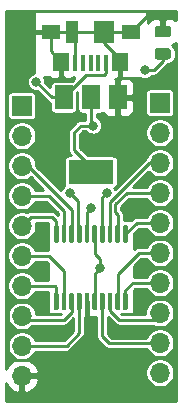
<source format=gbr>
%TF.GenerationSoftware,KiCad,Pcbnew,5.1.9-73d0e3b20d~88~ubuntu20.04.1*%
%TF.CreationDate,2021-06-24T22:41:13-04:00*%
%TF.ProjectId,stm32_breakout,73746d33-325f-4627-9265-616b6f75742e,rev?*%
%TF.SameCoordinates,Original*%
%TF.FileFunction,Copper,L1,Top*%
%TF.FilePolarity,Positive*%
%FSLAX46Y46*%
G04 Gerber Fmt 4.6, Leading zero omitted, Abs format (unit mm)*
G04 Created by KiCad (PCBNEW 5.1.9-73d0e3b20d~88~ubuntu20.04.1) date 2021-06-24 22:41:13*
%MOMM*%
%LPD*%
G01*
G04 APERTURE LIST*
%TA.AperFunction,SMDPad,CuDef*%
%ADD10R,0.450000X1.380000*%
%TD*%
%TA.AperFunction,SMDPad,CuDef*%
%ADD11R,1.425000X1.550000*%
%TD*%
%TA.AperFunction,SMDPad,CuDef*%
%ADD12R,1.650000X1.300000*%
%TD*%
%TA.AperFunction,SMDPad,CuDef*%
%ADD13R,1.800000X1.900000*%
%TD*%
%TA.AperFunction,SMDPad,CuDef*%
%ADD14R,1.000000X1.900000*%
%TD*%
%TA.AperFunction,ComponentPad*%
%ADD15O,1.700000X1.700000*%
%TD*%
%TA.AperFunction,ComponentPad*%
%ADD16R,1.700000X1.700000*%
%TD*%
%TA.AperFunction,SMDPad,CuDef*%
%ADD17R,3.800000X2.000000*%
%TD*%
%TA.AperFunction,SMDPad,CuDef*%
%ADD18R,1.500000X2.000000*%
%TD*%
%TA.AperFunction,ViaPad*%
%ADD19C,0.800000*%
%TD*%
%TA.AperFunction,Conductor*%
%ADD20C,0.250000*%
%TD*%
%TA.AperFunction,Conductor*%
%ADD21C,0.400000*%
%TD*%
%TA.AperFunction,Conductor*%
%ADD22C,0.254000*%
%TD*%
%TA.AperFunction,Conductor*%
%ADD23C,0.100000*%
%TD*%
G04 APERTURE END LIST*
%TO.P,D1,1*%
%TO.N,GND*%
%TA.AperFunction,SMDPad,CuDef*%
G36*
G01*
X137719750Y-59281000D02*
X138632250Y-59281000D01*
G75*
G02*
X138876000Y-59524750I0J-243750D01*
G01*
X138876000Y-60012250D01*
G75*
G02*
X138632250Y-60256000I-243750J0D01*
G01*
X137719750Y-60256000D01*
G75*
G02*
X137476000Y-60012250I0J243750D01*
G01*
X137476000Y-59524750D01*
G75*
G02*
X137719750Y-59281000I243750J0D01*
G01*
G37*
%TD.AperFunction*%
%TO.P,D1,2*%
%TO.N,Net-(D1-Pad2)*%
%TA.AperFunction,SMDPad,CuDef*%
G36*
G01*
X137719750Y-61156000D02*
X138632250Y-61156000D01*
G75*
G02*
X138876000Y-61399750I0J-243750D01*
G01*
X138876000Y-61887250D01*
G75*
G02*
X138632250Y-62131000I-243750J0D01*
G01*
X137719750Y-62131000D01*
G75*
G02*
X137476000Y-61887250I0J243750D01*
G01*
X137476000Y-61399750D01*
G75*
G02*
X137719750Y-61156000I243750J0D01*
G01*
G37*
%TD.AperFunction*%
%TD*%
D10*
%TO.P,J1,1*%
%TO.N,Net-(C1-Pad2)*%
X133380000Y-62420000D03*
%TO.P,J1,2*%
%TO.N,Net-(J1-Pad2)*%
X132730000Y-62420000D03*
%TO.P,J1,3*%
%TO.N,Net-(J1-Pad3)*%
X132080000Y-62420000D03*
%TO.P,J1,4*%
%TO.N,Net-(J1-Pad4)*%
X131430000Y-62420000D03*
%TO.P,J1,5*%
%TO.N,GND*%
X130780000Y-62420000D03*
D11*
%TO.P,J1,6*%
X134567500Y-62335000D03*
X129592500Y-62335000D03*
D12*
X135455000Y-59760000D03*
X128705000Y-59760000D03*
D13*
X133230000Y-59760000D03*
D14*
X130530000Y-59760000D03*
%TD*%
D15*
%TO.P,J2,10*%
%TO.N,+3V3*%
X137922000Y-88646000D03*
%TO.P,J2,9*%
%TO.N,/PA9*%
X137922000Y-86106000D03*
%TO.P,J2,8*%
%TO.N,/PA10*%
X137922000Y-83566000D03*
%TO.P,J2,7*%
%TO.N,/PA14*%
X137922000Y-81026000D03*
%TO.P,J2,6*%
%TO.N,/PA13*%
X137922000Y-78486000D03*
%TO.P,J2,5*%
%TO.N,/PB9-BOOT0*%
X137922000Y-75946000D03*
%TO.P,J2,4*%
%TO.N,/PC14-OSC32IN*%
X137922000Y-73406000D03*
%TO.P,J2,3*%
%TO.N,/PC15-OSC32_OUT*%
X137922000Y-70866000D03*
%TO.P,J2,2*%
%TO.N,/NRST*%
X137922000Y-68326000D03*
D16*
%TO.P,J2,1*%
%TO.N,Net-(J2-Pad1)*%
X137922000Y-65786000D03*
%TD*%
%TO.P,J3,1*%
%TO.N,/PA0-CK_IN*%
X126238000Y-66040000D03*
D15*
%TO.P,J3,2*%
%TO.N,/PA1*%
X126238000Y-68580000D03*
%TO.P,J3,3*%
%TO.N,/PA2*%
X126238000Y-71120000D03*
%TO.P,J3,4*%
%TO.N,/PA3*%
X126238000Y-73660000D03*
%TO.P,J3,5*%
%TO.N,/PA4*%
X126238000Y-76200000D03*
%TO.P,J3,6*%
%TO.N,/PA6*%
X126238000Y-78740000D03*
%TO.P,J3,7*%
%TO.N,/PA5*%
X126238000Y-81280000D03*
%TO.P,J3,8*%
%TO.N,/PA7*%
X126238000Y-83820000D03*
%TO.P,J3,9*%
%TO.N,/PB1*%
X126238000Y-86360000D03*
%TO.P,J3,10*%
%TO.N,GND*%
X126238000Y-88900000D03*
%TD*%
D17*
%TO.P,U1,2*%
%TO.N,+3V3*%
X132080000Y-71628000D03*
D18*
X132080000Y-65328000D03*
%TO.P,U1,3*%
%TO.N,Net-(C1-Pad2)*%
X129780000Y-65328000D03*
%TO.P,U1,1*%
%TO.N,GND*%
X134380000Y-65328000D03*
%TD*%
%TO.P,U2,1*%
%TO.N,/PB9-BOOT0*%
%TA.AperFunction,SMDPad,CuDef*%
G36*
G01*
X134905000Y-76156000D02*
X135105000Y-76156000D01*
G75*
G02*
X135205000Y-76256000I0J-100000D01*
G01*
X135205000Y-77531000D01*
G75*
G02*
X135105000Y-77631000I-100000J0D01*
G01*
X134905000Y-77631000D01*
G75*
G02*
X134805000Y-77531000I0J100000D01*
G01*
X134805000Y-76256000D01*
G75*
G02*
X134905000Y-76156000I100000J0D01*
G01*
G37*
%TD.AperFunction*%
%TO.P,U2,2*%
%TO.N,/PC14-OSC32IN*%
%TA.AperFunction,SMDPad,CuDef*%
G36*
G01*
X134255000Y-76156000D02*
X134455000Y-76156000D01*
G75*
G02*
X134555000Y-76256000I0J-100000D01*
G01*
X134555000Y-77531000D01*
G75*
G02*
X134455000Y-77631000I-100000J0D01*
G01*
X134255000Y-77631000D01*
G75*
G02*
X134155000Y-77531000I0J100000D01*
G01*
X134155000Y-76256000D01*
G75*
G02*
X134255000Y-76156000I100000J0D01*
G01*
G37*
%TD.AperFunction*%
%TO.P,U2,3*%
%TO.N,/PC15-OSC32_OUT*%
%TA.AperFunction,SMDPad,CuDef*%
G36*
G01*
X133605000Y-76156000D02*
X133805000Y-76156000D01*
G75*
G02*
X133905000Y-76256000I0J-100000D01*
G01*
X133905000Y-77531000D01*
G75*
G02*
X133805000Y-77631000I-100000J0D01*
G01*
X133605000Y-77631000D01*
G75*
G02*
X133505000Y-77531000I0J100000D01*
G01*
X133505000Y-76256000D01*
G75*
G02*
X133605000Y-76156000I100000J0D01*
G01*
G37*
%TD.AperFunction*%
%TO.P,U2,4*%
%TO.N,/NRST*%
%TA.AperFunction,SMDPad,CuDef*%
G36*
G01*
X132955000Y-76156000D02*
X133155000Y-76156000D01*
G75*
G02*
X133255000Y-76256000I0J-100000D01*
G01*
X133255000Y-77531000D01*
G75*
G02*
X133155000Y-77631000I-100000J0D01*
G01*
X132955000Y-77631000D01*
G75*
G02*
X132855000Y-77531000I0J100000D01*
G01*
X132855000Y-76256000D01*
G75*
G02*
X132955000Y-76156000I100000J0D01*
G01*
G37*
%TD.AperFunction*%
%TO.P,U2,5*%
%TO.N,+3V3*%
%TA.AperFunction,SMDPad,CuDef*%
G36*
G01*
X132305000Y-76156000D02*
X132505000Y-76156000D01*
G75*
G02*
X132605000Y-76256000I0J-100000D01*
G01*
X132605000Y-77531000D01*
G75*
G02*
X132505000Y-77631000I-100000J0D01*
G01*
X132305000Y-77631000D01*
G75*
G02*
X132205000Y-77531000I0J100000D01*
G01*
X132205000Y-76256000D01*
G75*
G02*
X132305000Y-76156000I100000J0D01*
G01*
G37*
%TD.AperFunction*%
%TO.P,U2,6*%
%TO.N,/PA0-CK_IN*%
%TA.AperFunction,SMDPad,CuDef*%
G36*
G01*
X131655000Y-76156000D02*
X131855000Y-76156000D01*
G75*
G02*
X131955000Y-76256000I0J-100000D01*
G01*
X131955000Y-77531000D01*
G75*
G02*
X131855000Y-77631000I-100000J0D01*
G01*
X131655000Y-77631000D01*
G75*
G02*
X131555000Y-77531000I0J100000D01*
G01*
X131555000Y-76256000D01*
G75*
G02*
X131655000Y-76156000I100000J0D01*
G01*
G37*
%TD.AperFunction*%
%TO.P,U2,7*%
%TO.N,/PA1*%
%TA.AperFunction,SMDPad,CuDef*%
G36*
G01*
X131005000Y-76156000D02*
X131205000Y-76156000D01*
G75*
G02*
X131305000Y-76256000I0J-100000D01*
G01*
X131305000Y-77531000D01*
G75*
G02*
X131205000Y-77631000I-100000J0D01*
G01*
X131005000Y-77631000D01*
G75*
G02*
X130905000Y-77531000I0J100000D01*
G01*
X130905000Y-76256000D01*
G75*
G02*
X131005000Y-76156000I100000J0D01*
G01*
G37*
%TD.AperFunction*%
%TO.P,U2,8*%
%TO.N,/PA2*%
%TA.AperFunction,SMDPad,CuDef*%
G36*
G01*
X130355000Y-76156000D02*
X130555000Y-76156000D01*
G75*
G02*
X130655000Y-76256000I0J-100000D01*
G01*
X130655000Y-77531000D01*
G75*
G02*
X130555000Y-77631000I-100000J0D01*
G01*
X130355000Y-77631000D01*
G75*
G02*
X130255000Y-77531000I0J100000D01*
G01*
X130255000Y-76256000D01*
G75*
G02*
X130355000Y-76156000I100000J0D01*
G01*
G37*
%TD.AperFunction*%
%TO.P,U2,9*%
%TO.N,/PA3*%
%TA.AperFunction,SMDPad,CuDef*%
G36*
G01*
X129705000Y-76156000D02*
X129905000Y-76156000D01*
G75*
G02*
X130005000Y-76256000I0J-100000D01*
G01*
X130005000Y-77531000D01*
G75*
G02*
X129905000Y-77631000I-100000J0D01*
G01*
X129705000Y-77631000D01*
G75*
G02*
X129605000Y-77531000I0J100000D01*
G01*
X129605000Y-76256000D01*
G75*
G02*
X129705000Y-76156000I100000J0D01*
G01*
G37*
%TD.AperFunction*%
%TO.P,U2,10*%
%TO.N,/PA4*%
%TA.AperFunction,SMDPad,CuDef*%
G36*
G01*
X129055000Y-76156000D02*
X129255000Y-76156000D01*
G75*
G02*
X129355000Y-76256000I0J-100000D01*
G01*
X129355000Y-77531000D01*
G75*
G02*
X129255000Y-77631000I-100000J0D01*
G01*
X129055000Y-77631000D01*
G75*
G02*
X128955000Y-77531000I0J100000D01*
G01*
X128955000Y-76256000D01*
G75*
G02*
X129055000Y-76156000I100000J0D01*
G01*
G37*
%TD.AperFunction*%
%TO.P,U2,11*%
%TO.N,/PA5*%
%TA.AperFunction,SMDPad,CuDef*%
G36*
G01*
X129055000Y-81881000D02*
X129255000Y-81881000D01*
G75*
G02*
X129355000Y-81981000I0J-100000D01*
G01*
X129355000Y-83256000D01*
G75*
G02*
X129255000Y-83356000I-100000J0D01*
G01*
X129055000Y-83356000D01*
G75*
G02*
X128955000Y-83256000I0J100000D01*
G01*
X128955000Y-81981000D01*
G75*
G02*
X129055000Y-81881000I100000J0D01*
G01*
G37*
%TD.AperFunction*%
%TO.P,U2,12*%
%TO.N,/PA6*%
%TA.AperFunction,SMDPad,CuDef*%
G36*
G01*
X129705000Y-81881000D02*
X129905000Y-81881000D01*
G75*
G02*
X130005000Y-81981000I0J-100000D01*
G01*
X130005000Y-83256000D01*
G75*
G02*
X129905000Y-83356000I-100000J0D01*
G01*
X129705000Y-83356000D01*
G75*
G02*
X129605000Y-83256000I0J100000D01*
G01*
X129605000Y-81981000D01*
G75*
G02*
X129705000Y-81881000I100000J0D01*
G01*
G37*
%TD.AperFunction*%
%TO.P,U2,13*%
%TO.N,/PA7*%
%TA.AperFunction,SMDPad,CuDef*%
G36*
G01*
X130355000Y-81881000D02*
X130555000Y-81881000D01*
G75*
G02*
X130655000Y-81981000I0J-100000D01*
G01*
X130655000Y-83256000D01*
G75*
G02*
X130555000Y-83356000I-100000J0D01*
G01*
X130355000Y-83356000D01*
G75*
G02*
X130255000Y-83256000I0J100000D01*
G01*
X130255000Y-81981000D01*
G75*
G02*
X130355000Y-81881000I100000J0D01*
G01*
G37*
%TD.AperFunction*%
%TO.P,U2,14*%
%TO.N,/PB1*%
%TA.AperFunction,SMDPad,CuDef*%
G36*
G01*
X131005000Y-81881000D02*
X131205000Y-81881000D01*
G75*
G02*
X131305000Y-81981000I0J-100000D01*
G01*
X131305000Y-83256000D01*
G75*
G02*
X131205000Y-83356000I-100000J0D01*
G01*
X131005000Y-83356000D01*
G75*
G02*
X130905000Y-83256000I0J100000D01*
G01*
X130905000Y-81981000D01*
G75*
G02*
X131005000Y-81881000I100000J0D01*
G01*
G37*
%TD.AperFunction*%
%TO.P,U2,15*%
%TO.N,GND*%
%TA.AperFunction,SMDPad,CuDef*%
G36*
G01*
X131655000Y-81881000D02*
X131855000Y-81881000D01*
G75*
G02*
X131955000Y-81981000I0J-100000D01*
G01*
X131955000Y-83256000D01*
G75*
G02*
X131855000Y-83356000I-100000J0D01*
G01*
X131655000Y-83356000D01*
G75*
G02*
X131555000Y-83256000I0J100000D01*
G01*
X131555000Y-81981000D01*
G75*
G02*
X131655000Y-81881000I100000J0D01*
G01*
G37*
%TD.AperFunction*%
%TO.P,U2,16*%
%TO.N,+3V3*%
%TA.AperFunction,SMDPad,CuDef*%
G36*
G01*
X132305000Y-81881000D02*
X132505000Y-81881000D01*
G75*
G02*
X132605000Y-81981000I0J-100000D01*
G01*
X132605000Y-83256000D01*
G75*
G02*
X132505000Y-83356000I-100000J0D01*
G01*
X132305000Y-83356000D01*
G75*
G02*
X132205000Y-83256000I0J100000D01*
G01*
X132205000Y-81981000D01*
G75*
G02*
X132305000Y-81881000I100000J0D01*
G01*
G37*
%TD.AperFunction*%
%TO.P,U2,17*%
%TO.N,/PA9*%
%TA.AperFunction,SMDPad,CuDef*%
G36*
G01*
X132955000Y-81881000D02*
X133155000Y-81881000D01*
G75*
G02*
X133255000Y-81981000I0J-100000D01*
G01*
X133255000Y-83256000D01*
G75*
G02*
X133155000Y-83356000I-100000J0D01*
G01*
X132955000Y-83356000D01*
G75*
G02*
X132855000Y-83256000I0J100000D01*
G01*
X132855000Y-81981000D01*
G75*
G02*
X132955000Y-81881000I100000J0D01*
G01*
G37*
%TD.AperFunction*%
%TO.P,U2,18*%
%TO.N,/PA10*%
%TA.AperFunction,SMDPad,CuDef*%
G36*
G01*
X133605000Y-81881000D02*
X133805000Y-81881000D01*
G75*
G02*
X133905000Y-81981000I0J-100000D01*
G01*
X133905000Y-83256000D01*
G75*
G02*
X133805000Y-83356000I-100000J0D01*
G01*
X133605000Y-83356000D01*
G75*
G02*
X133505000Y-83256000I0J100000D01*
G01*
X133505000Y-81981000D01*
G75*
G02*
X133605000Y-81881000I100000J0D01*
G01*
G37*
%TD.AperFunction*%
%TO.P,U2,19*%
%TO.N,/PA13*%
%TA.AperFunction,SMDPad,CuDef*%
G36*
G01*
X134255000Y-81881000D02*
X134455000Y-81881000D01*
G75*
G02*
X134555000Y-81981000I0J-100000D01*
G01*
X134555000Y-83256000D01*
G75*
G02*
X134455000Y-83356000I-100000J0D01*
G01*
X134255000Y-83356000D01*
G75*
G02*
X134155000Y-83256000I0J100000D01*
G01*
X134155000Y-81981000D01*
G75*
G02*
X134255000Y-81881000I100000J0D01*
G01*
G37*
%TD.AperFunction*%
%TO.P,U2,20*%
%TO.N,/PA14*%
%TA.AperFunction,SMDPad,CuDef*%
G36*
G01*
X134905000Y-81881000D02*
X135105000Y-81881000D01*
G75*
G02*
X135205000Y-81981000I0J-100000D01*
G01*
X135205000Y-83256000D01*
G75*
G02*
X135105000Y-83356000I-100000J0D01*
G01*
X134905000Y-83356000D01*
G75*
G02*
X134805000Y-83256000I0J100000D01*
G01*
X134805000Y-81981000D01*
G75*
G02*
X134905000Y-81881000I100000J0D01*
G01*
G37*
%TD.AperFunction*%
%TD*%
D19*
%TO.N,GND*%
X128422400Y-90424000D03*
X135077200Y-85191600D03*
X128879600Y-85445600D03*
X136194800Y-74523600D03*
X127762000Y-77266800D03*
X132008800Y-69464000D03*
%TO.N,+3V3*%
X132892800Y-79806800D03*
X132283200Y-67716400D03*
%TO.N,Net-(D1-Pad2)*%
X136651972Y-62992000D03*
%TO.N,/NRST*%
X133413850Y-73438417D03*
%TO.N,/PA0-CK_IN*%
X132080006Y-74676006D03*
%TO.N,/PA1*%
X130302000Y-73406000D03*
%TO.N,Net-(C1-Pad2)*%
X127457200Y-64008000D03*
%TD*%
D20*
%TO.N,GND*%
X128705000Y-59760000D02*
X130530000Y-59760000D01*
X128705000Y-61447500D02*
X129592500Y-62335000D01*
X128705000Y-59760000D02*
X128705000Y-61447500D01*
X130780000Y-60010000D02*
X130530000Y-59760000D01*
X130780000Y-62420000D02*
X130780000Y-60010000D01*
X130530000Y-59760000D02*
X133230000Y-59760000D01*
X133230000Y-59760000D02*
X135455000Y-59760000D01*
X133230000Y-60769998D02*
X133230000Y-59760000D01*
X134567500Y-62107498D02*
X133230000Y-60769998D01*
X134567500Y-62335000D02*
X134567500Y-62107498D01*
D21*
X131755000Y-82618500D02*
X131755000Y-84409400D01*
D20*
X138486001Y-87281001D02*
X139097001Y-86670001D01*
X131565399Y-87281001D02*
X138486001Y-87281001D01*
X128422400Y-90424000D02*
X131565399Y-87281001D01*
X126802001Y-82644999D02*
X127838012Y-83681010D01*
X125062999Y-83255999D02*
X125673999Y-82644999D01*
X125673999Y-87535001D02*
X125062999Y-86924001D01*
X125062999Y-86924001D02*
X125062999Y-83255999D01*
X133763001Y-87281001D02*
X133509001Y-87535001D01*
X138486001Y-87281001D02*
X133763001Y-87281001D01*
X133509001Y-87535001D02*
X125673999Y-87535001D01*
X125673999Y-82644999D02*
X126802001Y-82644999D01*
X127838012Y-83681010D02*
X129528952Y-83681010D01*
X135877990Y-83681010D02*
X134728952Y-83681010D01*
X137357999Y-82201001D02*
X135877990Y-83681010D01*
X138486001Y-82201001D02*
X137357999Y-82201001D01*
X139097001Y-77921999D02*
X139097001Y-81590001D01*
X139097001Y-81590001D02*
X138486001Y-82201001D01*
X138486001Y-77310999D02*
X139097001Y-77921999D01*
X136373943Y-77310999D02*
X138486001Y-77310999D01*
X129509409Y-87535001D02*
X131879990Y-85164420D01*
X125673999Y-87535001D02*
X129509409Y-87535001D01*
X137357999Y-77310999D02*
X136633008Y-78035990D01*
X138486001Y-77310999D02*
X137357999Y-77310999D01*
X139097001Y-83001999D02*
X138486001Y-82390999D01*
X138486001Y-82390999D02*
X137357999Y-82390999D01*
X136067988Y-83681010D02*
X134631048Y-83681010D01*
X137357999Y-82390999D02*
X136067988Y-83681010D01*
X139097001Y-86670001D02*
X139097001Y-83001999D01*
X139097001Y-85541999D02*
X138441802Y-84886800D01*
X139097001Y-86670001D02*
X139097001Y-85541999D01*
X138441802Y-84886800D02*
X134823200Y-84886800D01*
X129124769Y-85081169D02*
X129124769Y-85200431D01*
X129124769Y-85200431D02*
X128879600Y-85445600D01*
D21*
X126917600Y-59760000D02*
X128705000Y-59760000D01*
D20*
X135455000Y-59760000D02*
X135515200Y-59760000D01*
X135515200Y-59760000D02*
X136804400Y-58470800D01*
X136804400Y-58470800D02*
X138023600Y-58470800D01*
X134555399Y-63717001D02*
X135751401Y-63717001D01*
X135751401Y-63717001D02*
X136144000Y-64109600D01*
X134567500Y-63704900D02*
X134555399Y-63717001D01*
D21*
X134567500Y-62335000D02*
X134567500Y-63704900D01*
X129592500Y-63701500D02*
X129592500Y-62335000D01*
D20*
X134380000Y-64530000D02*
X134380000Y-66040000D01*
X134380000Y-65328000D02*
X134380000Y-66026000D01*
%TO.N,+3V3*%
X132080000Y-71628000D02*
X132080000Y-71221600D01*
X131978400Y-65429600D02*
X132080000Y-65328000D01*
X132405000Y-80294600D02*
X132892800Y-79806800D01*
X132405000Y-82618500D02*
X132405000Y-80294600D01*
X132892800Y-79044800D02*
X132892800Y-79806800D01*
X132405000Y-78557000D02*
X132892800Y-79044800D01*
X132405000Y-76893500D02*
X132405000Y-78557000D01*
X132080000Y-65328000D02*
X132080000Y-67310000D01*
X132283200Y-67513200D02*
X132283200Y-67716400D01*
X132080000Y-67310000D02*
X132283200Y-67513200D01*
X132080000Y-71221600D02*
X130657600Y-69799200D01*
X130657600Y-69799200D02*
X130657600Y-68275200D01*
X131216400Y-67716400D02*
X132283200Y-67716400D01*
X130657600Y-68275200D02*
X131216400Y-67716400D01*
%TO.N,Net-(D1-Pad2)*%
X137414000Y-62992000D02*
X136651972Y-62992000D01*
X138176000Y-62230000D02*
X137414000Y-62992000D01*
X138176000Y-61643500D02*
X138176000Y-62230000D01*
%TO.N,/PB9-BOOT0*%
X135005000Y-76893500D02*
X135952500Y-75946000D01*
X135952500Y-75946000D02*
X137922000Y-75946000D01*
%TO.N,/PB1*%
X130048000Y-86360000D02*
X126238000Y-86360000D01*
X131105000Y-85303000D02*
X130048000Y-86360000D01*
X131105000Y-82618500D02*
X131105000Y-85303000D01*
%TO.N,/PC15-OSC32_OUT*%
X133698988Y-74178599D02*
X137011587Y-70866000D01*
X133698988Y-76887488D02*
X133698988Y-74178599D01*
X137011587Y-70866000D02*
X137922000Y-70866000D01*
X133705000Y-76893500D02*
X133698988Y-76887488D01*
%TO.N,/PC14-OSC32IN*%
X134148999Y-74364999D02*
X135107998Y-73406000D01*
X134148999Y-75061001D02*
X134148999Y-74364999D01*
X134355000Y-75267002D02*
X134148999Y-75061001D01*
X134355000Y-76893500D02*
X134355000Y-75267002D01*
X135107998Y-73406000D02*
X137922000Y-73406000D01*
%TO.N,/PA14*%
X135005000Y-82618500D02*
X135005000Y-81657000D01*
X135636000Y-81026000D02*
X137922000Y-81026000D01*
X135005000Y-81657000D02*
X135636000Y-81026000D01*
%TO.N,/PA13*%
X134355000Y-82618500D02*
X134355000Y-80275000D01*
X136144000Y-78486000D02*
X137922000Y-78486000D01*
X134355000Y-80275000D02*
X136144000Y-78486000D01*
%TO.N,/NRST*%
X133055000Y-73797267D02*
X133413850Y-73438417D01*
X133055000Y-76893500D02*
X133055000Y-73797267D01*
%TO.N,/PA0-CK_IN*%
X131755000Y-75001012D02*
X132080006Y-74676006D01*
X131755000Y-76893500D02*
X131755000Y-75001012D01*
%TO.N,/PA1*%
X131029997Y-74133997D02*
X130302000Y-73406000D01*
X131029997Y-76818497D02*
X131029997Y-74133997D01*
X131105000Y-76893500D02*
X131029997Y-76818497D01*
%TO.N,/PA2*%
X130455000Y-74829000D02*
X126746000Y-71120000D01*
X130455000Y-76893500D02*
X130455000Y-74829000D01*
X126746000Y-71120000D02*
X126238000Y-71120000D01*
%TO.N,/PA3*%
X129805000Y-76893500D02*
X129805000Y-74941000D01*
X129805000Y-74941000D02*
X128524000Y-73660000D01*
X128524000Y-73660000D02*
X126238000Y-73660000D01*
%TO.N,/PA4*%
X129155000Y-76893500D02*
X129155000Y-75815000D01*
X129155000Y-75815000D02*
X128778000Y-75438000D01*
X127000000Y-75438000D02*
X126238000Y-76200000D01*
X128778000Y-75438000D02*
X127000000Y-75438000D01*
%TO.N,/PA5*%
X129155000Y-82618500D02*
X129155000Y-81403000D01*
X129032000Y-81280000D02*
X126238000Y-81280000D01*
X129155000Y-81403000D02*
X129032000Y-81280000D01*
%TO.N,/PA6*%
X129805000Y-82618500D02*
X129805000Y-80021000D01*
X128524000Y-78740000D02*
X126238000Y-78740000D01*
X129805000Y-80021000D02*
X128524000Y-78740000D01*
%TO.N,/PA7*%
X129786402Y-84161798D02*
X126579798Y-84161798D01*
X130455000Y-83493200D02*
X129786402Y-84161798D01*
X130455000Y-82618500D02*
X130455000Y-83493200D01*
X126579798Y-84161798D02*
X126238000Y-83820000D01*
%TO.N,/PA9*%
X133662398Y-86170602D02*
X137857398Y-86170602D01*
X133055000Y-82618500D02*
X133055000Y-85563204D01*
X137857398Y-86170602D02*
X137922000Y-86106000D01*
X133055000Y-85563204D02*
X133662398Y-86170602D01*
%TO.N,/PA10*%
X133705000Y-83391372D02*
X134475426Y-84161798D01*
X134475426Y-84161798D02*
X137326202Y-84161798D01*
X133705000Y-82618500D02*
X133705000Y-83391372D01*
X137326202Y-84161798D02*
X137922000Y-83566000D01*
%TO.N,Net-(C1-Pad2)*%
X129780000Y-65328000D02*
X129780000Y-66155600D01*
X131672999Y-63435001D02*
X129780000Y-65328000D01*
X133215001Y-63435001D02*
X131672999Y-63435001D01*
X133380000Y-63270002D02*
X133215001Y-63435001D01*
X133380000Y-62420000D02*
X133380000Y-63270002D01*
X129780000Y-65328000D02*
X128777200Y-65328000D01*
X128777200Y-65328000D02*
X127457200Y-64008000D01*
%TD*%
D22*
%TO.N,GND*%
X139273000Y-63479023D02*
X139273001Y-91013000D01*
X124887000Y-91013000D01*
X124887000Y-89500308D01*
X124966359Y-89666920D01*
X125140412Y-89900269D01*
X125356645Y-90095178D01*
X125606748Y-90244157D01*
X125881109Y-90341481D01*
X126111000Y-90220814D01*
X126111000Y-89027000D01*
X126365000Y-89027000D01*
X126365000Y-90220814D01*
X126594891Y-90341481D01*
X126869252Y-90244157D01*
X127119355Y-90095178D01*
X127335588Y-89900269D01*
X127509641Y-89666920D01*
X127634825Y-89404099D01*
X127679476Y-89256890D01*
X127558155Y-89027000D01*
X126365000Y-89027000D01*
X126111000Y-89027000D01*
X126091000Y-89027000D01*
X126091000Y-88773000D01*
X126111000Y-88773000D01*
X126111000Y-88753000D01*
X126365000Y-88753000D01*
X126365000Y-88773000D01*
X127558155Y-88773000D01*
X127679476Y-88543110D01*
X127674029Y-88525151D01*
X136695000Y-88525151D01*
X136695000Y-88766849D01*
X136742153Y-89003903D01*
X136834647Y-89227202D01*
X136968927Y-89428167D01*
X137139833Y-89599073D01*
X137340798Y-89733353D01*
X137564097Y-89825847D01*
X137801151Y-89873000D01*
X138042849Y-89873000D01*
X138279903Y-89825847D01*
X138503202Y-89733353D01*
X138704167Y-89599073D01*
X138875073Y-89428167D01*
X139009353Y-89227202D01*
X139101847Y-89003903D01*
X139149000Y-88766849D01*
X139149000Y-88525151D01*
X139101847Y-88288097D01*
X139009353Y-88064798D01*
X138875073Y-87863833D01*
X138704167Y-87692927D01*
X138503202Y-87558647D01*
X138279903Y-87466153D01*
X138042849Y-87419000D01*
X137801151Y-87419000D01*
X137564097Y-87466153D01*
X137340798Y-87558647D01*
X137139833Y-87692927D01*
X136968927Y-87863833D01*
X136834647Y-88064798D01*
X136742153Y-88288097D01*
X136695000Y-88525151D01*
X127674029Y-88525151D01*
X127634825Y-88395901D01*
X127509641Y-88133080D01*
X127335588Y-87899731D01*
X127119355Y-87704822D01*
X126869252Y-87555843D01*
X126701202Y-87496231D01*
X126819202Y-87447353D01*
X127020167Y-87313073D01*
X127191073Y-87142167D01*
X127325353Y-86941202D01*
X127358160Y-86862000D01*
X130023357Y-86862000D01*
X130048000Y-86864427D01*
X130072643Y-86862000D01*
X130072653Y-86862000D01*
X130146409Y-86854736D01*
X130241036Y-86826031D01*
X130328245Y-86779417D01*
X130404684Y-86716684D01*
X130420401Y-86697533D01*
X131442543Y-85675393D01*
X131461684Y-85659684D01*
X131477392Y-85640544D01*
X131477400Y-85640536D01*
X131524417Y-85583246D01*
X131571030Y-85496037D01*
X131571031Y-85496036D01*
X131599736Y-85401409D01*
X131607000Y-85327653D01*
X131607000Y-85327643D01*
X131609427Y-85303000D01*
X131607000Y-85278357D01*
X131607000Y-83947000D01*
X131942750Y-83947000D01*
X131986750Y-83991000D01*
X132088883Y-83979868D01*
X132191642Y-83947000D01*
X132553000Y-83947000D01*
X132553001Y-85538551D01*
X132550573Y-85563204D01*
X132560265Y-85661613D01*
X132588970Y-85756240D01*
X132635584Y-85843449D01*
X132682601Y-85900739D01*
X132682604Y-85900742D01*
X132698317Y-85919888D01*
X132717463Y-85935601D01*
X133290001Y-86508140D01*
X133305714Y-86527286D01*
X133382153Y-86590019D01*
X133469362Y-86636633D01*
X133563989Y-86665338D01*
X133637745Y-86672602D01*
X133637754Y-86672602D01*
X133662397Y-86675029D01*
X133687040Y-86672602D01*
X136828599Y-86672602D01*
X136834647Y-86687202D01*
X136968927Y-86888167D01*
X137139833Y-87059073D01*
X137340798Y-87193353D01*
X137564097Y-87285847D01*
X137801151Y-87333000D01*
X138042849Y-87333000D01*
X138279903Y-87285847D01*
X138503202Y-87193353D01*
X138704167Y-87059073D01*
X138875073Y-86888167D01*
X139009353Y-86687202D01*
X139101847Y-86463903D01*
X139149000Y-86226849D01*
X139149000Y-85985151D01*
X139101847Y-85748097D01*
X139009353Y-85524798D01*
X138875073Y-85323833D01*
X138704167Y-85152927D01*
X138503202Y-85018647D01*
X138279903Y-84926153D01*
X138042849Y-84879000D01*
X137801151Y-84879000D01*
X137564097Y-84926153D01*
X137340798Y-85018647D01*
X137139833Y-85152927D01*
X136968927Y-85323833D01*
X136834647Y-85524798D01*
X136775081Y-85668602D01*
X133870333Y-85668602D01*
X133557000Y-85355270D01*
X133557000Y-83953306D01*
X134103029Y-84499336D01*
X134118742Y-84518482D01*
X134195181Y-84581215D01*
X134282390Y-84627829D01*
X134377017Y-84656534D01*
X134450773Y-84663798D01*
X134450783Y-84663798D01*
X134475426Y-84666225D01*
X134500069Y-84663798D01*
X137301559Y-84663798D01*
X137326202Y-84666225D01*
X137350845Y-84663798D01*
X137350855Y-84663798D01*
X137363102Y-84662592D01*
X137564097Y-84745847D01*
X137801151Y-84793000D01*
X138042849Y-84793000D01*
X138279903Y-84745847D01*
X138503202Y-84653353D01*
X138704167Y-84519073D01*
X138875073Y-84348167D01*
X139009353Y-84147202D01*
X139101847Y-83923903D01*
X139149000Y-83686849D01*
X139149000Y-83445151D01*
X139101847Y-83208097D01*
X139009353Y-82984798D01*
X138875073Y-82783833D01*
X138704167Y-82612927D01*
X138503202Y-82478647D01*
X138279903Y-82386153D01*
X138042849Y-82339000D01*
X137801151Y-82339000D01*
X137564097Y-82386153D01*
X137340798Y-82478647D01*
X137139833Y-82612927D01*
X136968927Y-82783833D01*
X136834647Y-82984798D01*
X136742153Y-83208097D01*
X136695000Y-83445151D01*
X136695000Y-83659798D01*
X135763000Y-83659798D01*
X135763000Y-81608935D01*
X135843936Y-81528000D01*
X136801840Y-81528000D01*
X136834647Y-81607202D01*
X136968927Y-81808167D01*
X137139833Y-81979073D01*
X137340798Y-82113353D01*
X137564097Y-82205847D01*
X137801151Y-82253000D01*
X138042849Y-82253000D01*
X138279903Y-82205847D01*
X138503202Y-82113353D01*
X138704167Y-81979073D01*
X138875073Y-81808167D01*
X139009353Y-81607202D01*
X139101847Y-81383903D01*
X139149000Y-81146849D01*
X139149000Y-80905151D01*
X139101847Y-80668097D01*
X139009353Y-80444798D01*
X138875073Y-80243833D01*
X138704167Y-80072927D01*
X138503202Y-79938647D01*
X138279903Y-79846153D01*
X138042849Y-79799000D01*
X137801151Y-79799000D01*
X137564097Y-79846153D01*
X137340798Y-79938647D01*
X137139833Y-80072927D01*
X136968927Y-80243833D01*
X136834647Y-80444798D01*
X136801840Y-80524000D01*
X135763000Y-80524000D01*
X135763000Y-79576935D01*
X136351935Y-78988000D01*
X136801840Y-78988000D01*
X136834647Y-79067202D01*
X136968927Y-79268167D01*
X137139833Y-79439073D01*
X137340798Y-79573353D01*
X137564097Y-79665847D01*
X137801151Y-79713000D01*
X138042849Y-79713000D01*
X138279903Y-79665847D01*
X138503202Y-79573353D01*
X138704167Y-79439073D01*
X138875073Y-79268167D01*
X139009353Y-79067202D01*
X139101847Y-78843903D01*
X139149000Y-78606849D01*
X139149000Y-78365151D01*
X139101847Y-78128097D01*
X139009353Y-77904798D01*
X138875073Y-77703833D01*
X138704167Y-77532927D01*
X138503202Y-77398647D01*
X138279903Y-77306153D01*
X138042849Y-77259000D01*
X137801151Y-77259000D01*
X137564097Y-77306153D01*
X137340798Y-77398647D01*
X137139833Y-77532927D01*
X136968927Y-77703833D01*
X136834647Y-77904798D01*
X136801840Y-77984000D01*
X136168642Y-77984000D01*
X136143999Y-77981573D01*
X136119356Y-77984000D01*
X136119347Y-77984000D01*
X136045591Y-77991264D01*
X135950964Y-78019969D01*
X135863755Y-78066583D01*
X135787316Y-78129316D01*
X135771603Y-78148462D01*
X135763000Y-78157065D01*
X135763000Y-76845434D01*
X136160435Y-76448000D01*
X136801840Y-76448000D01*
X136834647Y-76527202D01*
X136968927Y-76728167D01*
X137139833Y-76899073D01*
X137340798Y-77033353D01*
X137564097Y-77125847D01*
X137801151Y-77173000D01*
X138042849Y-77173000D01*
X138279903Y-77125847D01*
X138503202Y-77033353D01*
X138704167Y-76899073D01*
X138875073Y-76728167D01*
X139009353Y-76527202D01*
X139101847Y-76303903D01*
X139149000Y-76066849D01*
X139149000Y-75825151D01*
X139101847Y-75588097D01*
X139009353Y-75364798D01*
X138875073Y-75163833D01*
X138704167Y-74992927D01*
X138503202Y-74858647D01*
X138279903Y-74766153D01*
X138042849Y-74719000D01*
X137801151Y-74719000D01*
X137564097Y-74766153D01*
X137340798Y-74858647D01*
X137139833Y-74992927D01*
X136968927Y-75163833D01*
X136834647Y-75364798D01*
X136801840Y-75444000D01*
X135977142Y-75444000D01*
X135952499Y-75441573D01*
X135927856Y-75444000D01*
X135927847Y-75444000D01*
X135854091Y-75451264D01*
X135759464Y-75479969D01*
X135672255Y-75526583D01*
X135595816Y-75589316D01*
X135580103Y-75608462D01*
X135471165Y-75717400D01*
X134857000Y-75717400D01*
X134857000Y-75291644D01*
X134859427Y-75267001D01*
X134857000Y-75242358D01*
X134857000Y-75242349D01*
X134849736Y-75168593D01*
X134821031Y-75073966D01*
X134774417Y-74986757D01*
X134711684Y-74910318D01*
X134692532Y-74894600D01*
X134650999Y-74853067D01*
X134650999Y-74572933D01*
X135315933Y-73908000D01*
X136801840Y-73908000D01*
X136834647Y-73987202D01*
X136968927Y-74188167D01*
X137139833Y-74359073D01*
X137340798Y-74493353D01*
X137564097Y-74585847D01*
X137801151Y-74633000D01*
X138042849Y-74633000D01*
X138279903Y-74585847D01*
X138503202Y-74493353D01*
X138704167Y-74359073D01*
X138875073Y-74188167D01*
X139009353Y-73987202D01*
X139101847Y-73763903D01*
X139149000Y-73526849D01*
X139149000Y-73285151D01*
X139101847Y-73048097D01*
X139009353Y-72824798D01*
X138875073Y-72623833D01*
X138704167Y-72452927D01*
X138503202Y-72318647D01*
X138279903Y-72226153D01*
X138042849Y-72179000D01*
X137801151Y-72179000D01*
X137564097Y-72226153D01*
X137340798Y-72318647D01*
X137139833Y-72452927D01*
X136968927Y-72623833D01*
X136834647Y-72824798D01*
X136801840Y-72904000D01*
X135683521Y-72904000D01*
X136957082Y-71630440D01*
X136968927Y-71648167D01*
X137139833Y-71819073D01*
X137340798Y-71953353D01*
X137564097Y-72045847D01*
X137801151Y-72093000D01*
X138042849Y-72093000D01*
X138279903Y-72045847D01*
X138503202Y-71953353D01*
X138704167Y-71819073D01*
X138875073Y-71648167D01*
X139009353Y-71447202D01*
X139101847Y-71223903D01*
X139149000Y-70986849D01*
X139149000Y-70745151D01*
X139101847Y-70508097D01*
X139009353Y-70284798D01*
X138875073Y-70083833D01*
X138704167Y-69912927D01*
X138503202Y-69778647D01*
X138279903Y-69686153D01*
X138042849Y-69639000D01*
X137801151Y-69639000D01*
X137564097Y-69686153D01*
X137340798Y-69778647D01*
X137139833Y-69912927D01*
X136968927Y-70083833D01*
X136834647Y-70284798D01*
X136777953Y-70421669D01*
X136731342Y-70446583D01*
X136654903Y-70509316D01*
X136639190Y-70528462D01*
X134100362Y-73067291D01*
X134054895Y-72999245D01*
X134124970Y-72977988D01*
X134190463Y-72942981D01*
X134247869Y-72895869D01*
X134294981Y-72838463D01*
X134329988Y-72772970D01*
X134351545Y-72701905D01*
X134358824Y-72628000D01*
X134358824Y-70628000D01*
X134351545Y-70554095D01*
X134329988Y-70483030D01*
X134294981Y-70417537D01*
X134247869Y-70360131D01*
X134190463Y-70313019D01*
X134124970Y-70278012D01*
X134053905Y-70256455D01*
X133980000Y-70249176D01*
X131817511Y-70249176D01*
X131159600Y-69591266D01*
X131159600Y-68483134D01*
X131424335Y-68218400D01*
X131686355Y-68218400D01*
X131787891Y-68319936D01*
X131915152Y-68404969D01*
X132056557Y-68463541D01*
X132206672Y-68493400D01*
X132359728Y-68493400D01*
X132509843Y-68463541D01*
X132651248Y-68404969D01*
X132778509Y-68319936D01*
X132886736Y-68211709D01*
X132891117Y-68205151D01*
X136695000Y-68205151D01*
X136695000Y-68446849D01*
X136742153Y-68683903D01*
X136834647Y-68907202D01*
X136968927Y-69108167D01*
X137139833Y-69279073D01*
X137340798Y-69413353D01*
X137564097Y-69505847D01*
X137801151Y-69553000D01*
X138042849Y-69553000D01*
X138279903Y-69505847D01*
X138503202Y-69413353D01*
X138704167Y-69279073D01*
X138875073Y-69108167D01*
X139009353Y-68907202D01*
X139101847Y-68683903D01*
X139149000Y-68446849D01*
X139149000Y-68205151D01*
X139101847Y-67968097D01*
X139009353Y-67744798D01*
X138875073Y-67543833D01*
X138704167Y-67372927D01*
X138503202Y-67238647D01*
X138279903Y-67146153D01*
X138042849Y-67099000D01*
X137801151Y-67099000D01*
X137564097Y-67146153D01*
X137340798Y-67238647D01*
X137139833Y-67372927D01*
X136968927Y-67543833D01*
X136834647Y-67744798D01*
X136742153Y-67968097D01*
X136695000Y-68205151D01*
X132891117Y-68205151D01*
X132971769Y-68084448D01*
X133030341Y-67943043D01*
X133060200Y-67792928D01*
X133060200Y-67639872D01*
X133030341Y-67489757D01*
X132971769Y-67348352D01*
X132886736Y-67221091D01*
X132778509Y-67112864D01*
X132651248Y-67027831D01*
X132582000Y-66999147D01*
X132582000Y-66706824D01*
X132830000Y-66706824D01*
X132903905Y-66699545D01*
X132974970Y-66677988D01*
X133040463Y-66642981D01*
X133066793Y-66621373D01*
X133099463Y-66682494D01*
X133178815Y-66779185D01*
X133275506Y-66858537D01*
X133385820Y-66917502D01*
X133505518Y-66953812D01*
X133630000Y-66966072D01*
X134094250Y-66963000D01*
X134253000Y-66804250D01*
X134253000Y-65455000D01*
X134507000Y-65455000D01*
X134507000Y-66804250D01*
X134665750Y-66963000D01*
X135130000Y-66966072D01*
X135254482Y-66953812D01*
X135374180Y-66917502D01*
X135484494Y-66858537D01*
X135581185Y-66779185D01*
X135660537Y-66682494D01*
X135719502Y-66572180D01*
X135755812Y-66452482D01*
X135768072Y-66328000D01*
X135765000Y-65613750D01*
X135606250Y-65455000D01*
X134507000Y-65455000D01*
X134253000Y-65455000D01*
X134233000Y-65455000D01*
X134233000Y-65201000D01*
X134253000Y-65201000D01*
X134253000Y-63851750D01*
X134147218Y-63745968D01*
X134281750Y-63745000D01*
X134362150Y-63664600D01*
X134775082Y-63666832D01*
X134800359Y-63692109D01*
X134665750Y-63693000D01*
X134507000Y-63851750D01*
X134507000Y-65201000D01*
X135606250Y-65201000D01*
X135765000Y-65042250D01*
X135765456Y-64936000D01*
X136693176Y-64936000D01*
X136693176Y-66636000D01*
X136700455Y-66709905D01*
X136722012Y-66780970D01*
X136757019Y-66846463D01*
X136804131Y-66903869D01*
X136861537Y-66950981D01*
X136927030Y-66985988D01*
X136998095Y-67007545D01*
X137072000Y-67014824D01*
X138772000Y-67014824D01*
X138845905Y-67007545D01*
X138916970Y-66985988D01*
X138982463Y-66950981D01*
X139039869Y-66903869D01*
X139086981Y-66846463D01*
X139121988Y-66780970D01*
X139143545Y-66709905D01*
X139150824Y-66636000D01*
X139150824Y-64936000D01*
X139143545Y-64862095D01*
X139121988Y-64791030D01*
X139086981Y-64725537D01*
X139039869Y-64668131D01*
X138982463Y-64621019D01*
X138916970Y-64586012D01*
X138845905Y-64564455D01*
X138772000Y-64557176D01*
X137072000Y-64557176D01*
X136998095Y-64564455D01*
X136927030Y-64586012D01*
X136861537Y-64621019D01*
X136804131Y-64668131D01*
X136757019Y-64725537D01*
X136722012Y-64791030D01*
X136700455Y-64862095D01*
X136693176Y-64936000D01*
X135765456Y-64936000D01*
X135768072Y-64328000D01*
X135755812Y-64203518D01*
X135719502Y-64083820D01*
X135660537Y-63973506D01*
X135581185Y-63876815D01*
X135484494Y-63797463D01*
X135374651Y-63738750D01*
X135404482Y-63735812D01*
X135524180Y-63699502D01*
X135577188Y-63671168D01*
X136275504Y-63674943D01*
X136283924Y-63680569D01*
X136425329Y-63739141D01*
X136575444Y-63769000D01*
X136728500Y-63769000D01*
X136878615Y-63739141D01*
X137020020Y-63680569D01*
X137147281Y-63595536D01*
X137248817Y-63494000D01*
X137389357Y-63494000D01*
X137414000Y-63496427D01*
X137438643Y-63494000D01*
X137438653Y-63494000D01*
X137512409Y-63486736D01*
X137607036Y-63458031D01*
X137694245Y-63411417D01*
X137770684Y-63348684D01*
X137786401Y-63329533D01*
X138513543Y-62602393D01*
X138532684Y-62586684D01*
X138548392Y-62567544D01*
X138548400Y-62567536D01*
X138595417Y-62510246D01*
X138595643Y-62509824D01*
X138632250Y-62509824D01*
X138753708Y-62497861D01*
X138870499Y-62462433D01*
X138978134Y-62404901D01*
X139072476Y-62327476D01*
X139149901Y-62233134D01*
X139207433Y-62125499D01*
X139242861Y-62008708D01*
X139254824Y-61887250D01*
X139254824Y-61399750D01*
X139242861Y-61278292D01*
X139207433Y-61161501D01*
X139149901Y-61053866D01*
X139072476Y-60959524D01*
X138980216Y-60883808D01*
X139000482Y-60881812D01*
X139120180Y-60845502D01*
X139230494Y-60786537D01*
X139273000Y-60751653D01*
X139273000Y-63479023D01*
%TA.AperFunction,Conductor*%
D23*
G36*
X139273000Y-63479023D02*
G01*
X139273001Y-91013000D01*
X124887000Y-91013000D01*
X124887000Y-89500308D01*
X124966359Y-89666920D01*
X125140412Y-89900269D01*
X125356645Y-90095178D01*
X125606748Y-90244157D01*
X125881109Y-90341481D01*
X126111000Y-90220814D01*
X126111000Y-89027000D01*
X126365000Y-89027000D01*
X126365000Y-90220814D01*
X126594891Y-90341481D01*
X126869252Y-90244157D01*
X127119355Y-90095178D01*
X127335588Y-89900269D01*
X127509641Y-89666920D01*
X127634825Y-89404099D01*
X127679476Y-89256890D01*
X127558155Y-89027000D01*
X126365000Y-89027000D01*
X126111000Y-89027000D01*
X126091000Y-89027000D01*
X126091000Y-88773000D01*
X126111000Y-88773000D01*
X126111000Y-88753000D01*
X126365000Y-88753000D01*
X126365000Y-88773000D01*
X127558155Y-88773000D01*
X127679476Y-88543110D01*
X127674029Y-88525151D01*
X136695000Y-88525151D01*
X136695000Y-88766849D01*
X136742153Y-89003903D01*
X136834647Y-89227202D01*
X136968927Y-89428167D01*
X137139833Y-89599073D01*
X137340798Y-89733353D01*
X137564097Y-89825847D01*
X137801151Y-89873000D01*
X138042849Y-89873000D01*
X138279903Y-89825847D01*
X138503202Y-89733353D01*
X138704167Y-89599073D01*
X138875073Y-89428167D01*
X139009353Y-89227202D01*
X139101847Y-89003903D01*
X139149000Y-88766849D01*
X139149000Y-88525151D01*
X139101847Y-88288097D01*
X139009353Y-88064798D01*
X138875073Y-87863833D01*
X138704167Y-87692927D01*
X138503202Y-87558647D01*
X138279903Y-87466153D01*
X138042849Y-87419000D01*
X137801151Y-87419000D01*
X137564097Y-87466153D01*
X137340798Y-87558647D01*
X137139833Y-87692927D01*
X136968927Y-87863833D01*
X136834647Y-88064798D01*
X136742153Y-88288097D01*
X136695000Y-88525151D01*
X127674029Y-88525151D01*
X127634825Y-88395901D01*
X127509641Y-88133080D01*
X127335588Y-87899731D01*
X127119355Y-87704822D01*
X126869252Y-87555843D01*
X126701202Y-87496231D01*
X126819202Y-87447353D01*
X127020167Y-87313073D01*
X127191073Y-87142167D01*
X127325353Y-86941202D01*
X127358160Y-86862000D01*
X130023357Y-86862000D01*
X130048000Y-86864427D01*
X130072643Y-86862000D01*
X130072653Y-86862000D01*
X130146409Y-86854736D01*
X130241036Y-86826031D01*
X130328245Y-86779417D01*
X130404684Y-86716684D01*
X130420401Y-86697533D01*
X131442543Y-85675393D01*
X131461684Y-85659684D01*
X131477392Y-85640544D01*
X131477400Y-85640536D01*
X131524417Y-85583246D01*
X131571030Y-85496037D01*
X131571031Y-85496036D01*
X131599736Y-85401409D01*
X131607000Y-85327653D01*
X131607000Y-85327643D01*
X131609427Y-85303000D01*
X131607000Y-85278357D01*
X131607000Y-83947000D01*
X131942750Y-83947000D01*
X131986750Y-83991000D01*
X132088883Y-83979868D01*
X132191642Y-83947000D01*
X132553000Y-83947000D01*
X132553001Y-85538551D01*
X132550573Y-85563204D01*
X132560265Y-85661613D01*
X132588970Y-85756240D01*
X132635584Y-85843449D01*
X132682601Y-85900739D01*
X132682604Y-85900742D01*
X132698317Y-85919888D01*
X132717463Y-85935601D01*
X133290001Y-86508140D01*
X133305714Y-86527286D01*
X133382153Y-86590019D01*
X133469362Y-86636633D01*
X133563989Y-86665338D01*
X133637745Y-86672602D01*
X133637754Y-86672602D01*
X133662397Y-86675029D01*
X133687040Y-86672602D01*
X136828599Y-86672602D01*
X136834647Y-86687202D01*
X136968927Y-86888167D01*
X137139833Y-87059073D01*
X137340798Y-87193353D01*
X137564097Y-87285847D01*
X137801151Y-87333000D01*
X138042849Y-87333000D01*
X138279903Y-87285847D01*
X138503202Y-87193353D01*
X138704167Y-87059073D01*
X138875073Y-86888167D01*
X139009353Y-86687202D01*
X139101847Y-86463903D01*
X139149000Y-86226849D01*
X139149000Y-85985151D01*
X139101847Y-85748097D01*
X139009353Y-85524798D01*
X138875073Y-85323833D01*
X138704167Y-85152927D01*
X138503202Y-85018647D01*
X138279903Y-84926153D01*
X138042849Y-84879000D01*
X137801151Y-84879000D01*
X137564097Y-84926153D01*
X137340798Y-85018647D01*
X137139833Y-85152927D01*
X136968927Y-85323833D01*
X136834647Y-85524798D01*
X136775081Y-85668602D01*
X133870333Y-85668602D01*
X133557000Y-85355270D01*
X133557000Y-83953306D01*
X134103029Y-84499336D01*
X134118742Y-84518482D01*
X134195181Y-84581215D01*
X134282390Y-84627829D01*
X134377017Y-84656534D01*
X134450773Y-84663798D01*
X134450783Y-84663798D01*
X134475426Y-84666225D01*
X134500069Y-84663798D01*
X137301559Y-84663798D01*
X137326202Y-84666225D01*
X137350845Y-84663798D01*
X137350855Y-84663798D01*
X137363102Y-84662592D01*
X137564097Y-84745847D01*
X137801151Y-84793000D01*
X138042849Y-84793000D01*
X138279903Y-84745847D01*
X138503202Y-84653353D01*
X138704167Y-84519073D01*
X138875073Y-84348167D01*
X139009353Y-84147202D01*
X139101847Y-83923903D01*
X139149000Y-83686849D01*
X139149000Y-83445151D01*
X139101847Y-83208097D01*
X139009353Y-82984798D01*
X138875073Y-82783833D01*
X138704167Y-82612927D01*
X138503202Y-82478647D01*
X138279903Y-82386153D01*
X138042849Y-82339000D01*
X137801151Y-82339000D01*
X137564097Y-82386153D01*
X137340798Y-82478647D01*
X137139833Y-82612927D01*
X136968927Y-82783833D01*
X136834647Y-82984798D01*
X136742153Y-83208097D01*
X136695000Y-83445151D01*
X136695000Y-83659798D01*
X135763000Y-83659798D01*
X135763000Y-81608935D01*
X135843936Y-81528000D01*
X136801840Y-81528000D01*
X136834647Y-81607202D01*
X136968927Y-81808167D01*
X137139833Y-81979073D01*
X137340798Y-82113353D01*
X137564097Y-82205847D01*
X137801151Y-82253000D01*
X138042849Y-82253000D01*
X138279903Y-82205847D01*
X138503202Y-82113353D01*
X138704167Y-81979073D01*
X138875073Y-81808167D01*
X139009353Y-81607202D01*
X139101847Y-81383903D01*
X139149000Y-81146849D01*
X139149000Y-80905151D01*
X139101847Y-80668097D01*
X139009353Y-80444798D01*
X138875073Y-80243833D01*
X138704167Y-80072927D01*
X138503202Y-79938647D01*
X138279903Y-79846153D01*
X138042849Y-79799000D01*
X137801151Y-79799000D01*
X137564097Y-79846153D01*
X137340798Y-79938647D01*
X137139833Y-80072927D01*
X136968927Y-80243833D01*
X136834647Y-80444798D01*
X136801840Y-80524000D01*
X135763000Y-80524000D01*
X135763000Y-79576935D01*
X136351935Y-78988000D01*
X136801840Y-78988000D01*
X136834647Y-79067202D01*
X136968927Y-79268167D01*
X137139833Y-79439073D01*
X137340798Y-79573353D01*
X137564097Y-79665847D01*
X137801151Y-79713000D01*
X138042849Y-79713000D01*
X138279903Y-79665847D01*
X138503202Y-79573353D01*
X138704167Y-79439073D01*
X138875073Y-79268167D01*
X139009353Y-79067202D01*
X139101847Y-78843903D01*
X139149000Y-78606849D01*
X139149000Y-78365151D01*
X139101847Y-78128097D01*
X139009353Y-77904798D01*
X138875073Y-77703833D01*
X138704167Y-77532927D01*
X138503202Y-77398647D01*
X138279903Y-77306153D01*
X138042849Y-77259000D01*
X137801151Y-77259000D01*
X137564097Y-77306153D01*
X137340798Y-77398647D01*
X137139833Y-77532927D01*
X136968927Y-77703833D01*
X136834647Y-77904798D01*
X136801840Y-77984000D01*
X136168642Y-77984000D01*
X136143999Y-77981573D01*
X136119356Y-77984000D01*
X136119347Y-77984000D01*
X136045591Y-77991264D01*
X135950964Y-78019969D01*
X135863755Y-78066583D01*
X135787316Y-78129316D01*
X135771603Y-78148462D01*
X135763000Y-78157065D01*
X135763000Y-76845434D01*
X136160435Y-76448000D01*
X136801840Y-76448000D01*
X136834647Y-76527202D01*
X136968927Y-76728167D01*
X137139833Y-76899073D01*
X137340798Y-77033353D01*
X137564097Y-77125847D01*
X137801151Y-77173000D01*
X138042849Y-77173000D01*
X138279903Y-77125847D01*
X138503202Y-77033353D01*
X138704167Y-76899073D01*
X138875073Y-76728167D01*
X139009353Y-76527202D01*
X139101847Y-76303903D01*
X139149000Y-76066849D01*
X139149000Y-75825151D01*
X139101847Y-75588097D01*
X139009353Y-75364798D01*
X138875073Y-75163833D01*
X138704167Y-74992927D01*
X138503202Y-74858647D01*
X138279903Y-74766153D01*
X138042849Y-74719000D01*
X137801151Y-74719000D01*
X137564097Y-74766153D01*
X137340798Y-74858647D01*
X137139833Y-74992927D01*
X136968927Y-75163833D01*
X136834647Y-75364798D01*
X136801840Y-75444000D01*
X135977142Y-75444000D01*
X135952499Y-75441573D01*
X135927856Y-75444000D01*
X135927847Y-75444000D01*
X135854091Y-75451264D01*
X135759464Y-75479969D01*
X135672255Y-75526583D01*
X135595816Y-75589316D01*
X135580103Y-75608462D01*
X135471165Y-75717400D01*
X134857000Y-75717400D01*
X134857000Y-75291644D01*
X134859427Y-75267001D01*
X134857000Y-75242358D01*
X134857000Y-75242349D01*
X134849736Y-75168593D01*
X134821031Y-75073966D01*
X134774417Y-74986757D01*
X134711684Y-74910318D01*
X134692532Y-74894600D01*
X134650999Y-74853067D01*
X134650999Y-74572933D01*
X135315933Y-73908000D01*
X136801840Y-73908000D01*
X136834647Y-73987202D01*
X136968927Y-74188167D01*
X137139833Y-74359073D01*
X137340798Y-74493353D01*
X137564097Y-74585847D01*
X137801151Y-74633000D01*
X138042849Y-74633000D01*
X138279903Y-74585847D01*
X138503202Y-74493353D01*
X138704167Y-74359073D01*
X138875073Y-74188167D01*
X139009353Y-73987202D01*
X139101847Y-73763903D01*
X139149000Y-73526849D01*
X139149000Y-73285151D01*
X139101847Y-73048097D01*
X139009353Y-72824798D01*
X138875073Y-72623833D01*
X138704167Y-72452927D01*
X138503202Y-72318647D01*
X138279903Y-72226153D01*
X138042849Y-72179000D01*
X137801151Y-72179000D01*
X137564097Y-72226153D01*
X137340798Y-72318647D01*
X137139833Y-72452927D01*
X136968927Y-72623833D01*
X136834647Y-72824798D01*
X136801840Y-72904000D01*
X135683521Y-72904000D01*
X136957082Y-71630440D01*
X136968927Y-71648167D01*
X137139833Y-71819073D01*
X137340798Y-71953353D01*
X137564097Y-72045847D01*
X137801151Y-72093000D01*
X138042849Y-72093000D01*
X138279903Y-72045847D01*
X138503202Y-71953353D01*
X138704167Y-71819073D01*
X138875073Y-71648167D01*
X139009353Y-71447202D01*
X139101847Y-71223903D01*
X139149000Y-70986849D01*
X139149000Y-70745151D01*
X139101847Y-70508097D01*
X139009353Y-70284798D01*
X138875073Y-70083833D01*
X138704167Y-69912927D01*
X138503202Y-69778647D01*
X138279903Y-69686153D01*
X138042849Y-69639000D01*
X137801151Y-69639000D01*
X137564097Y-69686153D01*
X137340798Y-69778647D01*
X137139833Y-69912927D01*
X136968927Y-70083833D01*
X136834647Y-70284798D01*
X136777953Y-70421669D01*
X136731342Y-70446583D01*
X136654903Y-70509316D01*
X136639190Y-70528462D01*
X134100362Y-73067291D01*
X134054895Y-72999245D01*
X134124970Y-72977988D01*
X134190463Y-72942981D01*
X134247869Y-72895869D01*
X134294981Y-72838463D01*
X134329988Y-72772970D01*
X134351545Y-72701905D01*
X134358824Y-72628000D01*
X134358824Y-70628000D01*
X134351545Y-70554095D01*
X134329988Y-70483030D01*
X134294981Y-70417537D01*
X134247869Y-70360131D01*
X134190463Y-70313019D01*
X134124970Y-70278012D01*
X134053905Y-70256455D01*
X133980000Y-70249176D01*
X131817511Y-70249176D01*
X131159600Y-69591266D01*
X131159600Y-68483134D01*
X131424335Y-68218400D01*
X131686355Y-68218400D01*
X131787891Y-68319936D01*
X131915152Y-68404969D01*
X132056557Y-68463541D01*
X132206672Y-68493400D01*
X132359728Y-68493400D01*
X132509843Y-68463541D01*
X132651248Y-68404969D01*
X132778509Y-68319936D01*
X132886736Y-68211709D01*
X132891117Y-68205151D01*
X136695000Y-68205151D01*
X136695000Y-68446849D01*
X136742153Y-68683903D01*
X136834647Y-68907202D01*
X136968927Y-69108167D01*
X137139833Y-69279073D01*
X137340798Y-69413353D01*
X137564097Y-69505847D01*
X137801151Y-69553000D01*
X138042849Y-69553000D01*
X138279903Y-69505847D01*
X138503202Y-69413353D01*
X138704167Y-69279073D01*
X138875073Y-69108167D01*
X139009353Y-68907202D01*
X139101847Y-68683903D01*
X139149000Y-68446849D01*
X139149000Y-68205151D01*
X139101847Y-67968097D01*
X139009353Y-67744798D01*
X138875073Y-67543833D01*
X138704167Y-67372927D01*
X138503202Y-67238647D01*
X138279903Y-67146153D01*
X138042849Y-67099000D01*
X137801151Y-67099000D01*
X137564097Y-67146153D01*
X137340798Y-67238647D01*
X137139833Y-67372927D01*
X136968927Y-67543833D01*
X136834647Y-67744798D01*
X136742153Y-67968097D01*
X136695000Y-68205151D01*
X132891117Y-68205151D01*
X132971769Y-68084448D01*
X133030341Y-67943043D01*
X133060200Y-67792928D01*
X133060200Y-67639872D01*
X133030341Y-67489757D01*
X132971769Y-67348352D01*
X132886736Y-67221091D01*
X132778509Y-67112864D01*
X132651248Y-67027831D01*
X132582000Y-66999147D01*
X132582000Y-66706824D01*
X132830000Y-66706824D01*
X132903905Y-66699545D01*
X132974970Y-66677988D01*
X133040463Y-66642981D01*
X133066793Y-66621373D01*
X133099463Y-66682494D01*
X133178815Y-66779185D01*
X133275506Y-66858537D01*
X133385820Y-66917502D01*
X133505518Y-66953812D01*
X133630000Y-66966072D01*
X134094250Y-66963000D01*
X134253000Y-66804250D01*
X134253000Y-65455000D01*
X134507000Y-65455000D01*
X134507000Y-66804250D01*
X134665750Y-66963000D01*
X135130000Y-66966072D01*
X135254482Y-66953812D01*
X135374180Y-66917502D01*
X135484494Y-66858537D01*
X135581185Y-66779185D01*
X135660537Y-66682494D01*
X135719502Y-66572180D01*
X135755812Y-66452482D01*
X135768072Y-66328000D01*
X135765000Y-65613750D01*
X135606250Y-65455000D01*
X134507000Y-65455000D01*
X134253000Y-65455000D01*
X134233000Y-65455000D01*
X134233000Y-65201000D01*
X134253000Y-65201000D01*
X134253000Y-63851750D01*
X134147218Y-63745968D01*
X134281750Y-63745000D01*
X134362150Y-63664600D01*
X134775082Y-63666832D01*
X134800359Y-63692109D01*
X134665750Y-63693000D01*
X134507000Y-63851750D01*
X134507000Y-65201000D01*
X135606250Y-65201000D01*
X135765000Y-65042250D01*
X135765456Y-64936000D01*
X136693176Y-64936000D01*
X136693176Y-66636000D01*
X136700455Y-66709905D01*
X136722012Y-66780970D01*
X136757019Y-66846463D01*
X136804131Y-66903869D01*
X136861537Y-66950981D01*
X136927030Y-66985988D01*
X136998095Y-67007545D01*
X137072000Y-67014824D01*
X138772000Y-67014824D01*
X138845905Y-67007545D01*
X138916970Y-66985988D01*
X138982463Y-66950981D01*
X139039869Y-66903869D01*
X139086981Y-66846463D01*
X139121988Y-66780970D01*
X139143545Y-66709905D01*
X139150824Y-66636000D01*
X139150824Y-64936000D01*
X139143545Y-64862095D01*
X139121988Y-64791030D01*
X139086981Y-64725537D01*
X139039869Y-64668131D01*
X138982463Y-64621019D01*
X138916970Y-64586012D01*
X138845905Y-64564455D01*
X138772000Y-64557176D01*
X137072000Y-64557176D01*
X136998095Y-64564455D01*
X136927030Y-64586012D01*
X136861537Y-64621019D01*
X136804131Y-64668131D01*
X136757019Y-64725537D01*
X136722012Y-64791030D01*
X136700455Y-64862095D01*
X136693176Y-64936000D01*
X135765456Y-64936000D01*
X135768072Y-64328000D01*
X135755812Y-64203518D01*
X135719502Y-64083820D01*
X135660537Y-63973506D01*
X135581185Y-63876815D01*
X135484494Y-63797463D01*
X135374651Y-63738750D01*
X135404482Y-63735812D01*
X135524180Y-63699502D01*
X135577188Y-63671168D01*
X136275504Y-63674943D01*
X136283924Y-63680569D01*
X136425329Y-63739141D01*
X136575444Y-63769000D01*
X136728500Y-63769000D01*
X136878615Y-63739141D01*
X137020020Y-63680569D01*
X137147281Y-63595536D01*
X137248817Y-63494000D01*
X137389357Y-63494000D01*
X137414000Y-63496427D01*
X137438643Y-63494000D01*
X137438653Y-63494000D01*
X137512409Y-63486736D01*
X137607036Y-63458031D01*
X137694245Y-63411417D01*
X137770684Y-63348684D01*
X137786401Y-63329533D01*
X138513543Y-62602393D01*
X138532684Y-62586684D01*
X138548392Y-62567544D01*
X138548400Y-62567536D01*
X138595417Y-62510246D01*
X138595643Y-62509824D01*
X138632250Y-62509824D01*
X138753708Y-62497861D01*
X138870499Y-62462433D01*
X138978134Y-62404901D01*
X139072476Y-62327476D01*
X139149901Y-62233134D01*
X139207433Y-62125499D01*
X139242861Y-62008708D01*
X139254824Y-61887250D01*
X139254824Y-61399750D01*
X139242861Y-61278292D01*
X139207433Y-61161501D01*
X139149901Y-61053866D01*
X139072476Y-60959524D01*
X138980216Y-60883808D01*
X139000482Y-60881812D01*
X139120180Y-60845502D01*
X139230494Y-60786537D01*
X139273000Y-60751653D01*
X139273000Y-63479023D01*
G37*
%TD.AperFunction*%
D22*
X139273001Y-58785347D02*
X139230494Y-58750463D01*
X139120180Y-58691498D01*
X139000482Y-58655188D01*
X138876000Y-58642928D01*
X138461750Y-58646000D01*
X138303000Y-58804750D01*
X138303000Y-59641500D01*
X138323000Y-59641500D01*
X138323000Y-59895500D01*
X138303000Y-59895500D01*
X138303000Y-59915500D01*
X138049000Y-59915500D01*
X138049000Y-59895500D01*
X138029000Y-59895500D01*
X138029000Y-59641500D01*
X138049000Y-59641500D01*
X138049000Y-58804750D01*
X137890250Y-58646000D01*
X137476000Y-58642928D01*
X137351518Y-58655188D01*
X137231820Y-58691498D01*
X137121506Y-58750463D01*
X137024815Y-58829815D01*
X136945463Y-58926506D01*
X136907073Y-58998327D01*
X136905812Y-58985518D01*
X136887776Y-58926060D01*
X136880594Y-58164802D01*
X136878160Y-58141224D01*
X136870933Y-58117399D01*
X136859197Y-58095443D01*
X136843403Y-58076197D01*
X136824157Y-58060403D01*
X136802201Y-58048667D01*
X136778376Y-58041440D01*
X136753600Y-58039000D01*
X127406400Y-58039000D01*
X127381624Y-58041440D01*
X127357799Y-58048667D01*
X127335843Y-58060403D01*
X127316597Y-58076197D01*
X127300803Y-58095443D01*
X127289067Y-58117399D01*
X127281840Y-58141224D01*
X127279400Y-58166000D01*
X127279400Y-58902405D01*
X127254188Y-58985518D01*
X127241928Y-59110000D01*
X127245000Y-59474250D01*
X127279400Y-59508650D01*
X127279400Y-60011350D01*
X127245000Y-60045750D01*
X127241928Y-60410000D01*
X127254188Y-60534482D01*
X127279400Y-60617595D01*
X127279400Y-63251144D01*
X127230557Y-63260859D01*
X127089152Y-63319431D01*
X126961891Y-63404464D01*
X126853664Y-63512691D01*
X126768631Y-63639952D01*
X126710059Y-63781357D01*
X126680200Y-63931472D01*
X126680200Y-64084528D01*
X126710059Y-64234643D01*
X126768631Y-64376048D01*
X126853664Y-64503309D01*
X126961891Y-64611536D01*
X127089152Y-64696569D01*
X127230557Y-64755141D01*
X127380672Y-64785000D01*
X127524266Y-64785000D01*
X128404803Y-65665538D01*
X128420516Y-65684684D01*
X128496955Y-65747417D01*
X128584164Y-65794031D01*
X128651176Y-65814359D01*
X128651176Y-66328000D01*
X128658455Y-66401905D01*
X128680012Y-66472970D01*
X128715019Y-66538463D01*
X128762131Y-66595869D01*
X128819537Y-66642981D01*
X128885030Y-66677988D01*
X128956095Y-66699545D01*
X129030000Y-66706824D01*
X130530000Y-66706824D01*
X130603905Y-66699545D01*
X130674970Y-66677988D01*
X130740463Y-66642981D01*
X130797869Y-66595869D01*
X130844981Y-66538463D01*
X130879988Y-66472970D01*
X130901545Y-66401905D01*
X130908824Y-66328000D01*
X130908824Y-64909111D01*
X130951176Y-64866759D01*
X130951176Y-66328000D01*
X130958455Y-66401905D01*
X130980012Y-66472970D01*
X131015019Y-66538463D01*
X131062131Y-66595869D01*
X131119537Y-66642981D01*
X131185030Y-66677988D01*
X131256095Y-66699545D01*
X131330000Y-66706824D01*
X131578001Y-66706824D01*
X131578001Y-67214400D01*
X131241045Y-67214400D01*
X131216400Y-67211973D01*
X131191754Y-67214400D01*
X131191747Y-67214400D01*
X131126832Y-67220793D01*
X131117990Y-67221664D01*
X131023363Y-67250369D01*
X130936154Y-67296983D01*
X130878865Y-67344000D01*
X130878862Y-67344003D01*
X130859716Y-67359716D01*
X130844003Y-67378862D01*
X130320063Y-67902803D01*
X130300917Y-67918516D01*
X130285204Y-67937662D01*
X130285201Y-67937665D01*
X130238184Y-67994955D01*
X130191570Y-68082164D01*
X130162865Y-68176791D01*
X130153173Y-68275200D01*
X130155601Y-68299853D01*
X130155600Y-69774557D01*
X130153173Y-69799200D01*
X130155600Y-69823843D01*
X130155600Y-69823852D01*
X130162864Y-69897608D01*
X130191569Y-69992235D01*
X130238183Y-70079445D01*
X130300916Y-70155884D01*
X130320067Y-70171601D01*
X130397642Y-70249176D01*
X130180000Y-70249176D01*
X130106095Y-70256455D01*
X130035030Y-70278012D01*
X129969537Y-70313019D01*
X129912131Y-70360131D01*
X129865019Y-70417537D01*
X129830012Y-70483030D01*
X129808455Y-70554095D01*
X129801176Y-70628000D01*
X129801176Y-72628000D01*
X129808455Y-72701905D01*
X129830012Y-72772970D01*
X129835491Y-72783220D01*
X129806691Y-72802464D01*
X129698464Y-72910691D01*
X129613431Y-73037952D01*
X129554859Y-73179357D01*
X129548294Y-73212360D01*
X127465000Y-71129066D01*
X127465000Y-70999151D01*
X127417847Y-70762097D01*
X127325353Y-70538798D01*
X127191073Y-70337833D01*
X127020167Y-70166927D01*
X126819202Y-70032647D01*
X126595903Y-69940153D01*
X126358849Y-69893000D01*
X126117151Y-69893000D01*
X125880097Y-69940153D01*
X125656798Y-70032647D01*
X125455833Y-70166927D01*
X125284927Y-70337833D01*
X125150647Y-70538798D01*
X125058153Y-70762097D01*
X125011000Y-70999151D01*
X125011000Y-71240849D01*
X125058153Y-71477903D01*
X125150647Y-71701202D01*
X125284927Y-71902167D01*
X125455833Y-72073073D01*
X125656798Y-72207353D01*
X125880097Y-72299847D01*
X126117151Y-72347000D01*
X126358849Y-72347000D01*
X126595903Y-72299847D01*
X126819202Y-72207353D01*
X127001567Y-72085501D01*
X128074066Y-73158000D01*
X127358160Y-73158000D01*
X127325353Y-73078798D01*
X127191073Y-72877833D01*
X127020167Y-72706927D01*
X126819202Y-72572647D01*
X126595903Y-72480153D01*
X126358849Y-72433000D01*
X126117151Y-72433000D01*
X125880097Y-72480153D01*
X125656798Y-72572647D01*
X125455833Y-72706927D01*
X125284927Y-72877833D01*
X125150647Y-73078798D01*
X125058153Y-73302097D01*
X125011000Y-73539151D01*
X125011000Y-73780849D01*
X125058153Y-74017903D01*
X125150647Y-74241202D01*
X125284927Y-74442167D01*
X125455833Y-74613073D01*
X125656798Y-74747353D01*
X125880097Y-74839847D01*
X126117151Y-74887000D01*
X126358849Y-74887000D01*
X126595903Y-74839847D01*
X126819202Y-74747353D01*
X127020167Y-74613073D01*
X127191073Y-74442167D01*
X127325353Y-74241202D01*
X127358160Y-74162000D01*
X128316066Y-74162000D01*
X129303001Y-75148936D01*
X129303001Y-75253066D01*
X129150401Y-75100467D01*
X129134684Y-75081316D01*
X129058245Y-75018583D01*
X128971036Y-74971969D01*
X128876409Y-74943264D01*
X128802653Y-74936000D01*
X128802643Y-74936000D01*
X128778000Y-74933573D01*
X128753357Y-74936000D01*
X127024643Y-74936000D01*
X127000000Y-74933573D01*
X126975357Y-74936000D01*
X126975347Y-74936000D01*
X126901591Y-74943264D01*
X126806964Y-74971969D01*
X126767754Y-74992927D01*
X126719754Y-75018583D01*
X126676940Y-75053720D01*
X126595903Y-75020153D01*
X126358849Y-74973000D01*
X126117151Y-74973000D01*
X125880097Y-75020153D01*
X125656798Y-75112647D01*
X125455833Y-75246927D01*
X125284927Y-75417833D01*
X125150647Y-75618798D01*
X125058153Y-75842097D01*
X125011000Y-76079151D01*
X125011000Y-76320849D01*
X125058153Y-76557903D01*
X125150647Y-76781202D01*
X125284927Y-76982167D01*
X125455833Y-77153073D01*
X125656798Y-77287353D01*
X125880097Y-77379847D01*
X126117151Y-77427000D01*
X126358849Y-77427000D01*
X126595903Y-77379847D01*
X126819202Y-77287353D01*
X127020167Y-77153073D01*
X127191073Y-76982167D01*
X127325353Y-76781202D01*
X127417847Y-76557903D01*
X127465000Y-76320849D01*
X127465000Y-76079151D01*
X127437321Y-75940000D01*
X128447800Y-75940000D01*
X128447800Y-78238000D01*
X127358160Y-78238000D01*
X127325353Y-78158798D01*
X127191073Y-77957833D01*
X127020167Y-77786927D01*
X126819202Y-77652647D01*
X126595903Y-77560153D01*
X126358849Y-77513000D01*
X126117151Y-77513000D01*
X125880097Y-77560153D01*
X125656798Y-77652647D01*
X125455833Y-77786927D01*
X125284927Y-77957833D01*
X125150647Y-78158798D01*
X125058153Y-78382097D01*
X125011000Y-78619151D01*
X125011000Y-78860849D01*
X125058153Y-79097903D01*
X125150647Y-79321202D01*
X125284927Y-79522167D01*
X125455833Y-79693073D01*
X125656798Y-79827353D01*
X125880097Y-79919847D01*
X126117151Y-79967000D01*
X126358849Y-79967000D01*
X126595903Y-79919847D01*
X126819202Y-79827353D01*
X127020167Y-79693073D01*
X127191073Y-79522167D01*
X127325353Y-79321202D01*
X127358160Y-79242000D01*
X128316066Y-79242000D01*
X128447800Y-79373734D01*
X128447800Y-80778000D01*
X127358160Y-80778000D01*
X127325353Y-80698798D01*
X127191073Y-80497833D01*
X127020167Y-80326927D01*
X126819202Y-80192647D01*
X126595903Y-80100153D01*
X126358849Y-80053000D01*
X126117151Y-80053000D01*
X125880097Y-80100153D01*
X125656798Y-80192647D01*
X125455833Y-80326927D01*
X125284927Y-80497833D01*
X125150647Y-80698798D01*
X125058153Y-80922097D01*
X125011000Y-81159151D01*
X125011000Y-81400849D01*
X125058153Y-81637903D01*
X125150647Y-81861202D01*
X125284927Y-82062167D01*
X125455833Y-82233073D01*
X125656798Y-82367353D01*
X125880097Y-82459847D01*
X126117151Y-82507000D01*
X126358849Y-82507000D01*
X126595903Y-82459847D01*
X126819202Y-82367353D01*
X127020167Y-82233073D01*
X127191073Y-82062167D01*
X127325353Y-81861202D01*
X127358160Y-81782000D01*
X128447800Y-81782000D01*
X128447800Y-83659798D01*
X127457172Y-83659798D01*
X127417847Y-83462097D01*
X127325353Y-83238798D01*
X127191073Y-83037833D01*
X127020167Y-82866927D01*
X126819202Y-82732647D01*
X126595903Y-82640153D01*
X126358849Y-82593000D01*
X126117151Y-82593000D01*
X125880097Y-82640153D01*
X125656798Y-82732647D01*
X125455833Y-82866927D01*
X125284927Y-83037833D01*
X125150647Y-83238798D01*
X125058153Y-83462097D01*
X125011000Y-83699151D01*
X125011000Y-83940849D01*
X125058153Y-84177903D01*
X125150647Y-84401202D01*
X125284927Y-84602167D01*
X125455833Y-84773073D01*
X125656798Y-84907353D01*
X125880097Y-84999847D01*
X126117151Y-85047000D01*
X126358849Y-85047000D01*
X126595903Y-84999847D01*
X126819202Y-84907353D01*
X127020167Y-84773073D01*
X127129442Y-84663798D01*
X129761759Y-84663798D01*
X129786402Y-84666225D01*
X129811045Y-84663798D01*
X129811055Y-84663798D01*
X129884811Y-84656534D01*
X129979438Y-84627829D01*
X130066647Y-84581215D01*
X130143086Y-84518482D01*
X130158803Y-84499331D01*
X130603001Y-84055134D01*
X130603001Y-85095063D01*
X129840066Y-85858000D01*
X127358160Y-85858000D01*
X127325353Y-85778798D01*
X127191073Y-85577833D01*
X127020167Y-85406927D01*
X126819202Y-85272647D01*
X126595903Y-85180153D01*
X126358849Y-85133000D01*
X126117151Y-85133000D01*
X125880097Y-85180153D01*
X125656798Y-85272647D01*
X125455833Y-85406927D01*
X125284927Y-85577833D01*
X125150647Y-85778798D01*
X125058153Y-86002097D01*
X125011000Y-86239151D01*
X125011000Y-86480849D01*
X125058153Y-86717903D01*
X125150647Y-86941202D01*
X125284927Y-87142167D01*
X125455833Y-87313073D01*
X125656798Y-87447353D01*
X125774798Y-87496231D01*
X125606748Y-87555843D01*
X125356645Y-87704822D01*
X125140412Y-87899731D01*
X124966359Y-88133080D01*
X124887000Y-88299692D01*
X124887000Y-68459151D01*
X125011000Y-68459151D01*
X125011000Y-68700849D01*
X125058153Y-68937903D01*
X125150647Y-69161202D01*
X125284927Y-69362167D01*
X125455833Y-69533073D01*
X125656798Y-69667353D01*
X125880097Y-69759847D01*
X126117151Y-69807000D01*
X126358849Y-69807000D01*
X126595903Y-69759847D01*
X126819202Y-69667353D01*
X127020167Y-69533073D01*
X127191073Y-69362167D01*
X127325353Y-69161202D01*
X127417847Y-68937903D01*
X127465000Y-68700849D01*
X127465000Y-68459151D01*
X127417847Y-68222097D01*
X127325353Y-67998798D01*
X127191073Y-67797833D01*
X127020167Y-67626927D01*
X126819202Y-67492647D01*
X126595903Y-67400153D01*
X126358849Y-67353000D01*
X126117151Y-67353000D01*
X125880097Y-67400153D01*
X125656798Y-67492647D01*
X125455833Y-67626927D01*
X125284927Y-67797833D01*
X125150647Y-67998798D01*
X125058153Y-68222097D01*
X125011000Y-68459151D01*
X124887000Y-68459151D01*
X124887000Y-65190000D01*
X125009176Y-65190000D01*
X125009176Y-66890000D01*
X125016455Y-66963905D01*
X125038012Y-67034970D01*
X125073019Y-67100463D01*
X125120131Y-67157869D01*
X125177537Y-67204981D01*
X125243030Y-67239988D01*
X125314095Y-67261545D01*
X125388000Y-67268824D01*
X127088000Y-67268824D01*
X127161905Y-67261545D01*
X127232970Y-67239988D01*
X127298463Y-67204981D01*
X127355869Y-67157869D01*
X127402981Y-67100463D01*
X127437988Y-67034970D01*
X127459545Y-66963905D01*
X127466824Y-66890000D01*
X127466824Y-65190000D01*
X127459545Y-65116095D01*
X127437988Y-65045030D01*
X127402981Y-64979537D01*
X127355869Y-64922131D01*
X127298463Y-64875019D01*
X127232970Y-64840012D01*
X127161905Y-64818455D01*
X127088000Y-64811176D01*
X125388000Y-64811176D01*
X125314095Y-64818455D01*
X125243030Y-64840012D01*
X125177537Y-64875019D01*
X125120131Y-64922131D01*
X125073019Y-64979537D01*
X125038012Y-65045030D01*
X125016455Y-65116095D01*
X125009176Y-65190000D01*
X124887000Y-65190000D01*
X124887000Y-58027000D01*
X139273001Y-58027000D01*
X139273001Y-58785347D01*
%TA.AperFunction,Conductor*%
D23*
G36*
X139273001Y-58785347D02*
G01*
X139230494Y-58750463D01*
X139120180Y-58691498D01*
X139000482Y-58655188D01*
X138876000Y-58642928D01*
X138461750Y-58646000D01*
X138303000Y-58804750D01*
X138303000Y-59641500D01*
X138323000Y-59641500D01*
X138323000Y-59895500D01*
X138303000Y-59895500D01*
X138303000Y-59915500D01*
X138049000Y-59915500D01*
X138049000Y-59895500D01*
X138029000Y-59895500D01*
X138029000Y-59641500D01*
X138049000Y-59641500D01*
X138049000Y-58804750D01*
X137890250Y-58646000D01*
X137476000Y-58642928D01*
X137351518Y-58655188D01*
X137231820Y-58691498D01*
X137121506Y-58750463D01*
X137024815Y-58829815D01*
X136945463Y-58926506D01*
X136907073Y-58998327D01*
X136905812Y-58985518D01*
X136887776Y-58926060D01*
X136880594Y-58164802D01*
X136878160Y-58141224D01*
X136870933Y-58117399D01*
X136859197Y-58095443D01*
X136843403Y-58076197D01*
X136824157Y-58060403D01*
X136802201Y-58048667D01*
X136778376Y-58041440D01*
X136753600Y-58039000D01*
X127406400Y-58039000D01*
X127381624Y-58041440D01*
X127357799Y-58048667D01*
X127335843Y-58060403D01*
X127316597Y-58076197D01*
X127300803Y-58095443D01*
X127289067Y-58117399D01*
X127281840Y-58141224D01*
X127279400Y-58166000D01*
X127279400Y-58902405D01*
X127254188Y-58985518D01*
X127241928Y-59110000D01*
X127245000Y-59474250D01*
X127279400Y-59508650D01*
X127279400Y-60011350D01*
X127245000Y-60045750D01*
X127241928Y-60410000D01*
X127254188Y-60534482D01*
X127279400Y-60617595D01*
X127279400Y-63251144D01*
X127230557Y-63260859D01*
X127089152Y-63319431D01*
X126961891Y-63404464D01*
X126853664Y-63512691D01*
X126768631Y-63639952D01*
X126710059Y-63781357D01*
X126680200Y-63931472D01*
X126680200Y-64084528D01*
X126710059Y-64234643D01*
X126768631Y-64376048D01*
X126853664Y-64503309D01*
X126961891Y-64611536D01*
X127089152Y-64696569D01*
X127230557Y-64755141D01*
X127380672Y-64785000D01*
X127524266Y-64785000D01*
X128404803Y-65665538D01*
X128420516Y-65684684D01*
X128496955Y-65747417D01*
X128584164Y-65794031D01*
X128651176Y-65814359D01*
X128651176Y-66328000D01*
X128658455Y-66401905D01*
X128680012Y-66472970D01*
X128715019Y-66538463D01*
X128762131Y-66595869D01*
X128819537Y-66642981D01*
X128885030Y-66677988D01*
X128956095Y-66699545D01*
X129030000Y-66706824D01*
X130530000Y-66706824D01*
X130603905Y-66699545D01*
X130674970Y-66677988D01*
X130740463Y-66642981D01*
X130797869Y-66595869D01*
X130844981Y-66538463D01*
X130879988Y-66472970D01*
X130901545Y-66401905D01*
X130908824Y-66328000D01*
X130908824Y-64909111D01*
X130951176Y-64866759D01*
X130951176Y-66328000D01*
X130958455Y-66401905D01*
X130980012Y-66472970D01*
X131015019Y-66538463D01*
X131062131Y-66595869D01*
X131119537Y-66642981D01*
X131185030Y-66677988D01*
X131256095Y-66699545D01*
X131330000Y-66706824D01*
X131578001Y-66706824D01*
X131578001Y-67214400D01*
X131241045Y-67214400D01*
X131216400Y-67211973D01*
X131191754Y-67214400D01*
X131191747Y-67214400D01*
X131126832Y-67220793D01*
X131117990Y-67221664D01*
X131023363Y-67250369D01*
X130936154Y-67296983D01*
X130878865Y-67344000D01*
X130878862Y-67344003D01*
X130859716Y-67359716D01*
X130844003Y-67378862D01*
X130320063Y-67902803D01*
X130300917Y-67918516D01*
X130285204Y-67937662D01*
X130285201Y-67937665D01*
X130238184Y-67994955D01*
X130191570Y-68082164D01*
X130162865Y-68176791D01*
X130153173Y-68275200D01*
X130155601Y-68299853D01*
X130155600Y-69774557D01*
X130153173Y-69799200D01*
X130155600Y-69823843D01*
X130155600Y-69823852D01*
X130162864Y-69897608D01*
X130191569Y-69992235D01*
X130238183Y-70079445D01*
X130300916Y-70155884D01*
X130320067Y-70171601D01*
X130397642Y-70249176D01*
X130180000Y-70249176D01*
X130106095Y-70256455D01*
X130035030Y-70278012D01*
X129969537Y-70313019D01*
X129912131Y-70360131D01*
X129865019Y-70417537D01*
X129830012Y-70483030D01*
X129808455Y-70554095D01*
X129801176Y-70628000D01*
X129801176Y-72628000D01*
X129808455Y-72701905D01*
X129830012Y-72772970D01*
X129835491Y-72783220D01*
X129806691Y-72802464D01*
X129698464Y-72910691D01*
X129613431Y-73037952D01*
X129554859Y-73179357D01*
X129548294Y-73212360D01*
X127465000Y-71129066D01*
X127465000Y-70999151D01*
X127417847Y-70762097D01*
X127325353Y-70538798D01*
X127191073Y-70337833D01*
X127020167Y-70166927D01*
X126819202Y-70032647D01*
X126595903Y-69940153D01*
X126358849Y-69893000D01*
X126117151Y-69893000D01*
X125880097Y-69940153D01*
X125656798Y-70032647D01*
X125455833Y-70166927D01*
X125284927Y-70337833D01*
X125150647Y-70538798D01*
X125058153Y-70762097D01*
X125011000Y-70999151D01*
X125011000Y-71240849D01*
X125058153Y-71477903D01*
X125150647Y-71701202D01*
X125284927Y-71902167D01*
X125455833Y-72073073D01*
X125656798Y-72207353D01*
X125880097Y-72299847D01*
X126117151Y-72347000D01*
X126358849Y-72347000D01*
X126595903Y-72299847D01*
X126819202Y-72207353D01*
X127001567Y-72085501D01*
X128074066Y-73158000D01*
X127358160Y-73158000D01*
X127325353Y-73078798D01*
X127191073Y-72877833D01*
X127020167Y-72706927D01*
X126819202Y-72572647D01*
X126595903Y-72480153D01*
X126358849Y-72433000D01*
X126117151Y-72433000D01*
X125880097Y-72480153D01*
X125656798Y-72572647D01*
X125455833Y-72706927D01*
X125284927Y-72877833D01*
X125150647Y-73078798D01*
X125058153Y-73302097D01*
X125011000Y-73539151D01*
X125011000Y-73780849D01*
X125058153Y-74017903D01*
X125150647Y-74241202D01*
X125284927Y-74442167D01*
X125455833Y-74613073D01*
X125656798Y-74747353D01*
X125880097Y-74839847D01*
X126117151Y-74887000D01*
X126358849Y-74887000D01*
X126595903Y-74839847D01*
X126819202Y-74747353D01*
X127020167Y-74613073D01*
X127191073Y-74442167D01*
X127325353Y-74241202D01*
X127358160Y-74162000D01*
X128316066Y-74162000D01*
X129303001Y-75148936D01*
X129303001Y-75253066D01*
X129150401Y-75100467D01*
X129134684Y-75081316D01*
X129058245Y-75018583D01*
X128971036Y-74971969D01*
X128876409Y-74943264D01*
X128802653Y-74936000D01*
X128802643Y-74936000D01*
X128778000Y-74933573D01*
X128753357Y-74936000D01*
X127024643Y-74936000D01*
X127000000Y-74933573D01*
X126975357Y-74936000D01*
X126975347Y-74936000D01*
X126901591Y-74943264D01*
X126806964Y-74971969D01*
X126767754Y-74992927D01*
X126719754Y-75018583D01*
X126676940Y-75053720D01*
X126595903Y-75020153D01*
X126358849Y-74973000D01*
X126117151Y-74973000D01*
X125880097Y-75020153D01*
X125656798Y-75112647D01*
X125455833Y-75246927D01*
X125284927Y-75417833D01*
X125150647Y-75618798D01*
X125058153Y-75842097D01*
X125011000Y-76079151D01*
X125011000Y-76320849D01*
X125058153Y-76557903D01*
X125150647Y-76781202D01*
X125284927Y-76982167D01*
X125455833Y-77153073D01*
X125656798Y-77287353D01*
X125880097Y-77379847D01*
X126117151Y-77427000D01*
X126358849Y-77427000D01*
X126595903Y-77379847D01*
X126819202Y-77287353D01*
X127020167Y-77153073D01*
X127191073Y-76982167D01*
X127325353Y-76781202D01*
X127417847Y-76557903D01*
X127465000Y-76320849D01*
X127465000Y-76079151D01*
X127437321Y-75940000D01*
X128447800Y-75940000D01*
X128447800Y-78238000D01*
X127358160Y-78238000D01*
X127325353Y-78158798D01*
X127191073Y-77957833D01*
X127020167Y-77786927D01*
X126819202Y-77652647D01*
X126595903Y-77560153D01*
X126358849Y-77513000D01*
X126117151Y-77513000D01*
X125880097Y-77560153D01*
X125656798Y-77652647D01*
X125455833Y-77786927D01*
X125284927Y-77957833D01*
X125150647Y-78158798D01*
X125058153Y-78382097D01*
X125011000Y-78619151D01*
X125011000Y-78860849D01*
X125058153Y-79097903D01*
X125150647Y-79321202D01*
X125284927Y-79522167D01*
X125455833Y-79693073D01*
X125656798Y-79827353D01*
X125880097Y-79919847D01*
X126117151Y-79967000D01*
X126358849Y-79967000D01*
X126595903Y-79919847D01*
X126819202Y-79827353D01*
X127020167Y-79693073D01*
X127191073Y-79522167D01*
X127325353Y-79321202D01*
X127358160Y-79242000D01*
X128316066Y-79242000D01*
X128447800Y-79373734D01*
X128447800Y-80778000D01*
X127358160Y-80778000D01*
X127325353Y-80698798D01*
X127191073Y-80497833D01*
X127020167Y-80326927D01*
X126819202Y-80192647D01*
X126595903Y-80100153D01*
X126358849Y-80053000D01*
X126117151Y-80053000D01*
X125880097Y-80100153D01*
X125656798Y-80192647D01*
X125455833Y-80326927D01*
X125284927Y-80497833D01*
X125150647Y-80698798D01*
X125058153Y-80922097D01*
X125011000Y-81159151D01*
X125011000Y-81400849D01*
X125058153Y-81637903D01*
X125150647Y-81861202D01*
X125284927Y-82062167D01*
X125455833Y-82233073D01*
X125656798Y-82367353D01*
X125880097Y-82459847D01*
X126117151Y-82507000D01*
X126358849Y-82507000D01*
X126595903Y-82459847D01*
X126819202Y-82367353D01*
X127020167Y-82233073D01*
X127191073Y-82062167D01*
X127325353Y-81861202D01*
X127358160Y-81782000D01*
X128447800Y-81782000D01*
X128447800Y-83659798D01*
X127457172Y-83659798D01*
X127417847Y-83462097D01*
X127325353Y-83238798D01*
X127191073Y-83037833D01*
X127020167Y-82866927D01*
X126819202Y-82732647D01*
X126595903Y-82640153D01*
X126358849Y-82593000D01*
X126117151Y-82593000D01*
X125880097Y-82640153D01*
X125656798Y-82732647D01*
X125455833Y-82866927D01*
X125284927Y-83037833D01*
X125150647Y-83238798D01*
X125058153Y-83462097D01*
X125011000Y-83699151D01*
X125011000Y-83940849D01*
X125058153Y-84177903D01*
X125150647Y-84401202D01*
X125284927Y-84602167D01*
X125455833Y-84773073D01*
X125656798Y-84907353D01*
X125880097Y-84999847D01*
X126117151Y-85047000D01*
X126358849Y-85047000D01*
X126595903Y-84999847D01*
X126819202Y-84907353D01*
X127020167Y-84773073D01*
X127129442Y-84663798D01*
X129761759Y-84663798D01*
X129786402Y-84666225D01*
X129811045Y-84663798D01*
X129811055Y-84663798D01*
X129884811Y-84656534D01*
X129979438Y-84627829D01*
X130066647Y-84581215D01*
X130143086Y-84518482D01*
X130158803Y-84499331D01*
X130603001Y-84055134D01*
X130603001Y-85095063D01*
X129840066Y-85858000D01*
X127358160Y-85858000D01*
X127325353Y-85778798D01*
X127191073Y-85577833D01*
X127020167Y-85406927D01*
X126819202Y-85272647D01*
X126595903Y-85180153D01*
X126358849Y-85133000D01*
X126117151Y-85133000D01*
X125880097Y-85180153D01*
X125656798Y-85272647D01*
X125455833Y-85406927D01*
X125284927Y-85577833D01*
X125150647Y-85778798D01*
X125058153Y-86002097D01*
X125011000Y-86239151D01*
X125011000Y-86480849D01*
X125058153Y-86717903D01*
X125150647Y-86941202D01*
X125284927Y-87142167D01*
X125455833Y-87313073D01*
X125656798Y-87447353D01*
X125774798Y-87496231D01*
X125606748Y-87555843D01*
X125356645Y-87704822D01*
X125140412Y-87899731D01*
X124966359Y-88133080D01*
X124887000Y-88299692D01*
X124887000Y-68459151D01*
X125011000Y-68459151D01*
X125011000Y-68700849D01*
X125058153Y-68937903D01*
X125150647Y-69161202D01*
X125284927Y-69362167D01*
X125455833Y-69533073D01*
X125656798Y-69667353D01*
X125880097Y-69759847D01*
X126117151Y-69807000D01*
X126358849Y-69807000D01*
X126595903Y-69759847D01*
X126819202Y-69667353D01*
X127020167Y-69533073D01*
X127191073Y-69362167D01*
X127325353Y-69161202D01*
X127417847Y-68937903D01*
X127465000Y-68700849D01*
X127465000Y-68459151D01*
X127417847Y-68222097D01*
X127325353Y-67998798D01*
X127191073Y-67797833D01*
X127020167Y-67626927D01*
X126819202Y-67492647D01*
X126595903Y-67400153D01*
X126358849Y-67353000D01*
X126117151Y-67353000D01*
X125880097Y-67400153D01*
X125656798Y-67492647D01*
X125455833Y-67626927D01*
X125284927Y-67797833D01*
X125150647Y-67998798D01*
X125058153Y-68222097D01*
X125011000Y-68459151D01*
X124887000Y-68459151D01*
X124887000Y-65190000D01*
X125009176Y-65190000D01*
X125009176Y-66890000D01*
X125016455Y-66963905D01*
X125038012Y-67034970D01*
X125073019Y-67100463D01*
X125120131Y-67157869D01*
X125177537Y-67204981D01*
X125243030Y-67239988D01*
X125314095Y-67261545D01*
X125388000Y-67268824D01*
X127088000Y-67268824D01*
X127161905Y-67261545D01*
X127232970Y-67239988D01*
X127298463Y-67204981D01*
X127355869Y-67157869D01*
X127402981Y-67100463D01*
X127437988Y-67034970D01*
X127459545Y-66963905D01*
X127466824Y-66890000D01*
X127466824Y-65190000D01*
X127459545Y-65116095D01*
X127437988Y-65045030D01*
X127402981Y-64979537D01*
X127355869Y-64922131D01*
X127298463Y-64875019D01*
X127232970Y-64840012D01*
X127161905Y-64818455D01*
X127088000Y-64811176D01*
X125388000Y-64811176D01*
X125314095Y-64818455D01*
X125243030Y-64840012D01*
X125177537Y-64875019D01*
X125120131Y-64922131D01*
X125073019Y-64979537D01*
X125038012Y-65045030D01*
X125016455Y-65116095D01*
X125009176Y-65190000D01*
X124887000Y-65190000D01*
X124887000Y-58027000D01*
X139273001Y-58027000D01*
X139273001Y-58785347D01*
G37*
%TD.AperFunction*%
D22*
X128516324Y-63633001D02*
X128525506Y-63640537D01*
X128635820Y-63699502D01*
X128755518Y-63735812D01*
X128880000Y-63748072D01*
X129306750Y-63745000D01*
X129413897Y-63637853D01*
X129773044Y-63639794D01*
X129878250Y-63745000D01*
X130305000Y-63748072D01*
X130429482Y-63735812D01*
X130432086Y-63735022D01*
X130523250Y-63745000D01*
X130591218Y-63677032D01*
X130651995Y-63644545D01*
X130652998Y-63644550D01*
X130652998Y-63745000D01*
X130653064Y-63745000D01*
X130448889Y-63949176D01*
X129030000Y-63949176D01*
X128956095Y-63956455D01*
X128885030Y-63978012D01*
X128819537Y-64013019D01*
X128762131Y-64060131D01*
X128715019Y-64117537D01*
X128680012Y-64183030D01*
X128658455Y-64254095D01*
X128651176Y-64328000D01*
X128651176Y-64492041D01*
X128234200Y-64075066D01*
X128234200Y-63931472D01*
X128204341Y-63781357D01*
X128145769Y-63639952D01*
X128139765Y-63630966D01*
X128516324Y-63633001D01*
%TA.AperFunction,Conductor*%
D23*
G36*
X128516324Y-63633001D02*
G01*
X128525506Y-63640537D01*
X128635820Y-63699502D01*
X128755518Y-63735812D01*
X128880000Y-63748072D01*
X129306750Y-63745000D01*
X129413897Y-63637853D01*
X129773044Y-63639794D01*
X129878250Y-63745000D01*
X130305000Y-63748072D01*
X130429482Y-63735812D01*
X130432086Y-63735022D01*
X130523250Y-63745000D01*
X130591218Y-63677032D01*
X130651995Y-63644545D01*
X130652998Y-63644550D01*
X130652998Y-63745000D01*
X130653064Y-63745000D01*
X130448889Y-63949176D01*
X129030000Y-63949176D01*
X128956095Y-63956455D01*
X128885030Y-63978012D01*
X128819537Y-64013019D01*
X128762131Y-64060131D01*
X128715019Y-64117537D01*
X128680012Y-64183030D01*
X128658455Y-64254095D01*
X128651176Y-64328000D01*
X128651176Y-64492041D01*
X128234200Y-64075066D01*
X128234200Y-63931472D01*
X128204341Y-63781357D01*
X128145769Y-63639952D01*
X128139765Y-63630966D01*
X128516324Y-63633001D01*
G37*
%TD.AperFunction*%
%TD*%
D22*
%TO.N,GND*%
X139269000Y-63478833D02*
X139269001Y-91009000D01*
X124891000Y-91009000D01*
X124891000Y-89508705D01*
X124966359Y-89666920D01*
X125140412Y-89900269D01*
X125356645Y-90095178D01*
X125606748Y-90244157D01*
X125881109Y-90341481D01*
X126111000Y-90220814D01*
X126111000Y-89027000D01*
X126365000Y-89027000D01*
X126365000Y-90220814D01*
X126594891Y-90341481D01*
X126869252Y-90244157D01*
X127119355Y-90095178D01*
X127335588Y-89900269D01*
X127509641Y-89666920D01*
X127634825Y-89404099D01*
X127679476Y-89256890D01*
X127558155Y-89027000D01*
X126365000Y-89027000D01*
X126111000Y-89027000D01*
X126091000Y-89027000D01*
X126091000Y-88773000D01*
X126111000Y-88773000D01*
X126111000Y-88753000D01*
X126365000Y-88753000D01*
X126365000Y-88773000D01*
X127558155Y-88773000D01*
X127679476Y-88543110D01*
X127673910Y-88524757D01*
X136691000Y-88524757D01*
X136691000Y-88767243D01*
X136738307Y-89005069D01*
X136831102Y-89229097D01*
X136965820Y-89430717D01*
X137137283Y-89602180D01*
X137338903Y-89736898D01*
X137562931Y-89829693D01*
X137800757Y-89877000D01*
X138043243Y-89877000D01*
X138281069Y-89829693D01*
X138505097Y-89736898D01*
X138706717Y-89602180D01*
X138878180Y-89430717D01*
X139012898Y-89229097D01*
X139105693Y-89005069D01*
X139153000Y-88767243D01*
X139153000Y-88524757D01*
X139105693Y-88286931D01*
X139012898Y-88062903D01*
X138878180Y-87861283D01*
X138706717Y-87689820D01*
X138505097Y-87555102D01*
X138281069Y-87462307D01*
X138043243Y-87415000D01*
X137800757Y-87415000D01*
X137562931Y-87462307D01*
X137338903Y-87555102D01*
X137137283Y-87689820D01*
X136965820Y-87861283D01*
X136831102Y-88062903D01*
X136738307Y-88286931D01*
X136691000Y-88524757D01*
X127673910Y-88524757D01*
X127634825Y-88395901D01*
X127509641Y-88133080D01*
X127335588Y-87899731D01*
X127119355Y-87704822D01*
X126869252Y-87555843D01*
X126706832Y-87498228D01*
X126821097Y-87450898D01*
X127022717Y-87316180D01*
X127194180Y-87144717D01*
X127328898Y-86943097D01*
X127360832Y-86866000D01*
X130023154Y-86866000D01*
X130048000Y-86868447D01*
X130072846Y-86866000D01*
X130072854Y-86866000D01*
X130147193Y-86858678D01*
X130242575Y-86829745D01*
X130330479Y-86782759D01*
X130407527Y-86719527D01*
X130423376Y-86700215D01*
X131445220Y-85678372D01*
X131464527Y-85662527D01*
X131527759Y-85585479D01*
X131574745Y-85497575D01*
X131603678Y-85402193D01*
X131611000Y-85327854D01*
X131613448Y-85303000D01*
X131611000Y-85278146D01*
X131611000Y-83947000D01*
X131942750Y-83947000D01*
X131986750Y-83991000D01*
X132088883Y-83979868D01*
X132191642Y-83947000D01*
X132549000Y-83947000D01*
X132549001Y-85538348D01*
X132546553Y-85563204D01*
X132556322Y-85662396D01*
X132585255Y-85757778D01*
X132595478Y-85776903D01*
X132632242Y-85845683D01*
X132695474Y-85922731D01*
X132714780Y-85938575D01*
X133287026Y-86510822D01*
X133302871Y-86530129D01*
X133379919Y-86593361D01*
X133467823Y-86640347D01*
X133541005Y-86662546D01*
X133563204Y-86669280D01*
X133573092Y-86670254D01*
X133637544Y-86676602D01*
X133637551Y-86676602D01*
X133662397Y-86679049D01*
X133687243Y-86676602D01*
X136825926Y-86676602D01*
X136831102Y-86689097D01*
X136965820Y-86890717D01*
X137137283Y-87062180D01*
X137338903Y-87196898D01*
X137562931Y-87289693D01*
X137800757Y-87337000D01*
X138043243Y-87337000D01*
X138281069Y-87289693D01*
X138505097Y-87196898D01*
X138706717Y-87062180D01*
X138878180Y-86890717D01*
X139012898Y-86689097D01*
X139105693Y-86465069D01*
X139153000Y-86227243D01*
X139153000Y-85984757D01*
X139105693Y-85746931D01*
X139012898Y-85522903D01*
X138878180Y-85321283D01*
X138706717Y-85149820D01*
X138505097Y-85015102D01*
X138281069Y-84922307D01*
X138043243Y-84875000D01*
X137800757Y-84875000D01*
X137562931Y-84922307D01*
X137338903Y-85015102D01*
X137137283Y-85149820D01*
X136965820Y-85321283D01*
X136831102Y-85522903D01*
X136772409Y-85664602D01*
X133871990Y-85664602D01*
X133561000Y-85353613D01*
X133561000Y-83962963D01*
X134100054Y-84502018D01*
X134115899Y-84521325D01*
X134192947Y-84584557D01*
X134280849Y-84631542D01*
X134280851Y-84631543D01*
X134376233Y-84660476D01*
X134475426Y-84670246D01*
X134500280Y-84667798D01*
X137301356Y-84667798D01*
X137326202Y-84670245D01*
X137351048Y-84667798D01*
X137351056Y-84667798D01*
X137362497Y-84666671D01*
X137562931Y-84749693D01*
X137800757Y-84797000D01*
X138043243Y-84797000D01*
X138281069Y-84749693D01*
X138505097Y-84656898D01*
X138706717Y-84522180D01*
X138878180Y-84350717D01*
X139012898Y-84149097D01*
X139105693Y-83925069D01*
X139153000Y-83687243D01*
X139153000Y-83444757D01*
X139105693Y-83206931D01*
X139012898Y-82982903D01*
X138878180Y-82781283D01*
X138706717Y-82609820D01*
X138505097Y-82475102D01*
X138281069Y-82382307D01*
X138043243Y-82335000D01*
X137800757Y-82335000D01*
X137562931Y-82382307D01*
X137338903Y-82475102D01*
X137137283Y-82609820D01*
X136965820Y-82781283D01*
X136831102Y-82982903D01*
X136738307Y-83206931D01*
X136691000Y-83444757D01*
X136691000Y-83655798D01*
X135763000Y-83655798D01*
X135763000Y-81614592D01*
X135845592Y-81532000D01*
X136799168Y-81532000D01*
X136831102Y-81609097D01*
X136965820Y-81810717D01*
X137137283Y-81982180D01*
X137338903Y-82116898D01*
X137562931Y-82209693D01*
X137800757Y-82257000D01*
X138043243Y-82257000D01*
X138281069Y-82209693D01*
X138505097Y-82116898D01*
X138706717Y-81982180D01*
X138878180Y-81810717D01*
X139012898Y-81609097D01*
X139105693Y-81385069D01*
X139153000Y-81147243D01*
X139153000Y-80904757D01*
X139105693Y-80666931D01*
X139012898Y-80442903D01*
X138878180Y-80241283D01*
X138706717Y-80069820D01*
X138505097Y-79935102D01*
X138281069Y-79842307D01*
X138043243Y-79795000D01*
X137800757Y-79795000D01*
X137562931Y-79842307D01*
X137338903Y-79935102D01*
X137137283Y-80069820D01*
X136965820Y-80241283D01*
X136831102Y-80442903D01*
X136799168Y-80520000D01*
X135763000Y-80520000D01*
X135763000Y-79582592D01*
X136353592Y-78992000D01*
X136799168Y-78992000D01*
X136831102Y-79069097D01*
X136965820Y-79270717D01*
X137137283Y-79442180D01*
X137338903Y-79576898D01*
X137562931Y-79669693D01*
X137800757Y-79717000D01*
X138043243Y-79717000D01*
X138281069Y-79669693D01*
X138505097Y-79576898D01*
X138706717Y-79442180D01*
X138878180Y-79270717D01*
X139012898Y-79069097D01*
X139105693Y-78845069D01*
X139153000Y-78607243D01*
X139153000Y-78364757D01*
X139105693Y-78126931D01*
X139012898Y-77902903D01*
X138878180Y-77701283D01*
X138706717Y-77529820D01*
X138505097Y-77395102D01*
X138281069Y-77302307D01*
X138043243Y-77255000D01*
X137800757Y-77255000D01*
X137562931Y-77302307D01*
X137338903Y-77395102D01*
X137137283Y-77529820D01*
X136965820Y-77701283D01*
X136831102Y-77902903D01*
X136799168Y-77980000D01*
X136168845Y-77980000D01*
X136143999Y-77977553D01*
X136119153Y-77980000D01*
X136119146Y-77980000D01*
X136044807Y-77987322D01*
X135949425Y-78016255D01*
X135861521Y-78063241D01*
X135784473Y-78126473D01*
X135768628Y-78145780D01*
X135763000Y-78151408D01*
X135763000Y-76851091D01*
X136162092Y-76452000D01*
X136799168Y-76452000D01*
X136831102Y-76529097D01*
X136965820Y-76730717D01*
X137137283Y-76902180D01*
X137338903Y-77036898D01*
X137562931Y-77129693D01*
X137800757Y-77177000D01*
X138043243Y-77177000D01*
X138281069Y-77129693D01*
X138505097Y-77036898D01*
X138706717Y-76902180D01*
X138878180Y-76730717D01*
X139012898Y-76529097D01*
X139105693Y-76305069D01*
X139153000Y-76067243D01*
X139153000Y-75824757D01*
X139105693Y-75586931D01*
X139012898Y-75362903D01*
X138878180Y-75161283D01*
X138706717Y-74989820D01*
X138505097Y-74855102D01*
X138281069Y-74762307D01*
X138043243Y-74715000D01*
X137800757Y-74715000D01*
X137562931Y-74762307D01*
X137338903Y-74855102D01*
X137137283Y-74989820D01*
X136965820Y-75161283D01*
X136831102Y-75362903D01*
X136799168Y-75440000D01*
X135977345Y-75440000D01*
X135952499Y-75437553D01*
X135927653Y-75440000D01*
X135927646Y-75440000D01*
X135863194Y-75446348D01*
X135853306Y-75447322D01*
X135846298Y-75449448D01*
X135757925Y-75476255D01*
X135670021Y-75523241D01*
X135592973Y-75586473D01*
X135577128Y-75605780D01*
X135465508Y-75717400D01*
X134861000Y-75717400D01*
X134861000Y-75291847D01*
X134863447Y-75267001D01*
X134861000Y-75242155D01*
X134861000Y-75242148D01*
X134854652Y-75177696D01*
X134853678Y-75167808D01*
X134843900Y-75135574D01*
X134824745Y-75072427D01*
X134777759Y-74984523D01*
X134714527Y-74907475D01*
X134695215Y-74891626D01*
X134654999Y-74851410D01*
X134654999Y-74574590D01*
X135317590Y-73912000D01*
X136799168Y-73912000D01*
X136831102Y-73989097D01*
X136965820Y-74190717D01*
X137137283Y-74362180D01*
X137338903Y-74496898D01*
X137562931Y-74589693D01*
X137800757Y-74637000D01*
X138043243Y-74637000D01*
X138281069Y-74589693D01*
X138505097Y-74496898D01*
X138706717Y-74362180D01*
X138878180Y-74190717D01*
X139012898Y-73989097D01*
X139105693Y-73765069D01*
X139153000Y-73527243D01*
X139153000Y-73284757D01*
X139105693Y-73046931D01*
X139012898Y-72822903D01*
X138878180Y-72621283D01*
X138706717Y-72449820D01*
X138505097Y-72315102D01*
X138281069Y-72222307D01*
X138043243Y-72175000D01*
X137800757Y-72175000D01*
X137562931Y-72222307D01*
X137338903Y-72315102D01*
X137137283Y-72449820D01*
X136965820Y-72621283D01*
X136831102Y-72822903D01*
X136799168Y-72900000D01*
X135693178Y-72900000D01*
X136956464Y-71636715D01*
X136965820Y-71650717D01*
X137137283Y-71822180D01*
X137338903Y-71956898D01*
X137562931Y-72049693D01*
X137800757Y-72097000D01*
X138043243Y-72097000D01*
X138281069Y-72049693D01*
X138505097Y-71956898D01*
X138706717Y-71822180D01*
X138878180Y-71650717D01*
X139012898Y-71449097D01*
X139105693Y-71225069D01*
X139153000Y-70987243D01*
X139153000Y-70744757D01*
X139105693Y-70506931D01*
X139012898Y-70282903D01*
X138878180Y-70081283D01*
X138706717Y-69909820D01*
X138505097Y-69775102D01*
X138281069Y-69682307D01*
X138043243Y-69635000D01*
X137800757Y-69635000D01*
X137562931Y-69682307D01*
X137338903Y-69775102D01*
X137137283Y-69909820D01*
X136965820Y-70081283D01*
X136831102Y-70282903D01*
X136774806Y-70418815D01*
X136729108Y-70443241D01*
X136652060Y-70506473D01*
X136636215Y-70525780D01*
X134100979Y-73061016D01*
X134061217Y-73001507D01*
X134126508Y-72981701D01*
X134192696Y-72946322D01*
X134250711Y-72898711D01*
X134298322Y-72840696D01*
X134333701Y-72774508D01*
X134355487Y-72702689D01*
X134362843Y-72628000D01*
X134362843Y-70628000D01*
X134355487Y-70553311D01*
X134333701Y-70481492D01*
X134298322Y-70415304D01*
X134250711Y-70357289D01*
X134192696Y-70309678D01*
X134126508Y-70274299D01*
X134054689Y-70252513D01*
X133980000Y-70245157D01*
X131819149Y-70245157D01*
X131163600Y-69589609D01*
X131163600Y-68484791D01*
X131425992Y-68222400D01*
X131684699Y-68222400D01*
X131785341Y-68323042D01*
X131913258Y-68408513D01*
X132055391Y-68467387D01*
X132206278Y-68497400D01*
X132360122Y-68497400D01*
X132511009Y-68467387D01*
X132653142Y-68408513D01*
X132781059Y-68323042D01*
X132889842Y-68214259D01*
X132896191Y-68204757D01*
X136691000Y-68204757D01*
X136691000Y-68447243D01*
X136738307Y-68685069D01*
X136831102Y-68909097D01*
X136965820Y-69110717D01*
X137137283Y-69282180D01*
X137338903Y-69416898D01*
X137562931Y-69509693D01*
X137800757Y-69557000D01*
X138043243Y-69557000D01*
X138281069Y-69509693D01*
X138505097Y-69416898D01*
X138706717Y-69282180D01*
X138878180Y-69110717D01*
X139012898Y-68909097D01*
X139105693Y-68685069D01*
X139153000Y-68447243D01*
X139153000Y-68204757D01*
X139105693Y-67966931D01*
X139012898Y-67742903D01*
X138878180Y-67541283D01*
X138706717Y-67369820D01*
X138505097Y-67235102D01*
X138281069Y-67142307D01*
X138043243Y-67095000D01*
X137800757Y-67095000D01*
X137562931Y-67142307D01*
X137338903Y-67235102D01*
X137137283Y-67369820D01*
X136965820Y-67541283D01*
X136831102Y-67742903D01*
X136738307Y-67966931D01*
X136691000Y-68204757D01*
X132896191Y-68204757D01*
X132975313Y-68086342D01*
X133034187Y-67944209D01*
X133064200Y-67793322D01*
X133064200Y-67639478D01*
X133034187Y-67488591D01*
X132975313Y-67346458D01*
X132889842Y-67218541D01*
X132781059Y-67109758D01*
X132653142Y-67024287D01*
X132586000Y-66996476D01*
X132586000Y-66710843D01*
X132830000Y-66710843D01*
X132904689Y-66703487D01*
X132976508Y-66681701D01*
X133042696Y-66646322D01*
X133068715Y-66624969D01*
X133099463Y-66682494D01*
X133178815Y-66779185D01*
X133275506Y-66858537D01*
X133385820Y-66917502D01*
X133505518Y-66953812D01*
X133630000Y-66966072D01*
X134094250Y-66963000D01*
X134253000Y-66804250D01*
X134253000Y-65455000D01*
X134507000Y-65455000D01*
X134507000Y-66804250D01*
X134665750Y-66963000D01*
X135130000Y-66966072D01*
X135254482Y-66953812D01*
X135374180Y-66917502D01*
X135484494Y-66858537D01*
X135581185Y-66779185D01*
X135660537Y-66682494D01*
X135719502Y-66572180D01*
X135755812Y-66452482D01*
X135768072Y-66328000D01*
X135765000Y-65613750D01*
X135606250Y-65455000D01*
X134507000Y-65455000D01*
X134253000Y-65455000D01*
X134233000Y-65455000D01*
X134233000Y-65201000D01*
X134253000Y-65201000D01*
X134253000Y-63851750D01*
X134147218Y-63745968D01*
X134281750Y-63745000D01*
X134362150Y-63664600D01*
X134775082Y-63666832D01*
X134800359Y-63692109D01*
X134665750Y-63693000D01*
X134507000Y-63851750D01*
X134507000Y-65201000D01*
X135606250Y-65201000D01*
X135765000Y-65042250D01*
X135765456Y-64936000D01*
X136689157Y-64936000D01*
X136689157Y-66636000D01*
X136696513Y-66710689D01*
X136718299Y-66782508D01*
X136753678Y-66848696D01*
X136801289Y-66906711D01*
X136859304Y-66954322D01*
X136925492Y-66989701D01*
X136997311Y-67011487D01*
X137072000Y-67018843D01*
X138772000Y-67018843D01*
X138846689Y-67011487D01*
X138918508Y-66989701D01*
X138984696Y-66954322D01*
X139042711Y-66906711D01*
X139090322Y-66848696D01*
X139125701Y-66782508D01*
X139147487Y-66710689D01*
X139154843Y-66636000D01*
X139154843Y-64936000D01*
X139147487Y-64861311D01*
X139125701Y-64789492D01*
X139090322Y-64723304D01*
X139042711Y-64665289D01*
X138984696Y-64617678D01*
X138918508Y-64582299D01*
X138846689Y-64560513D01*
X138772000Y-64553157D01*
X137072000Y-64553157D01*
X136997311Y-64560513D01*
X136925492Y-64582299D01*
X136859304Y-64617678D01*
X136801289Y-64665289D01*
X136753678Y-64723304D01*
X136718299Y-64789492D01*
X136696513Y-64861311D01*
X136689157Y-64936000D01*
X135765456Y-64936000D01*
X135768072Y-64328000D01*
X135755812Y-64203518D01*
X135719502Y-64083820D01*
X135660537Y-63973506D01*
X135581185Y-63876815D01*
X135484494Y-63797463D01*
X135374651Y-63738750D01*
X135404482Y-63735812D01*
X135524180Y-63699502D01*
X135577188Y-63671168D01*
X136268247Y-63674904D01*
X136282030Y-63684113D01*
X136424163Y-63742987D01*
X136575050Y-63773000D01*
X136728894Y-63773000D01*
X136879781Y-63742987D01*
X137021914Y-63684113D01*
X137149831Y-63598642D01*
X137250473Y-63498000D01*
X137389154Y-63498000D01*
X137414000Y-63500447D01*
X137438846Y-63498000D01*
X137438854Y-63498000D01*
X137513193Y-63490678D01*
X137608575Y-63461745D01*
X137696479Y-63414759D01*
X137773527Y-63351527D01*
X137789376Y-63332215D01*
X138516220Y-62605372D01*
X138535527Y-62589527D01*
X138597640Y-62513843D01*
X138632250Y-62513843D01*
X138754492Y-62501803D01*
X138872037Y-62466146D01*
X138980366Y-62408243D01*
X139075318Y-62330318D01*
X139153243Y-62235366D01*
X139211146Y-62127037D01*
X139246803Y-62009492D01*
X139258843Y-61887250D01*
X139258843Y-61399750D01*
X139246803Y-61277508D01*
X139211146Y-61159963D01*
X139153243Y-61051634D01*
X139075318Y-60956682D01*
X138985845Y-60883254D01*
X139000482Y-60881812D01*
X139120180Y-60845502D01*
X139230494Y-60786537D01*
X139269000Y-60754936D01*
X139269000Y-63478833D01*
%TA.AperFunction,Conductor*%
D23*
G36*
X139269000Y-63478833D02*
G01*
X139269001Y-91009000D01*
X124891000Y-91009000D01*
X124891000Y-89508705D01*
X124966359Y-89666920D01*
X125140412Y-89900269D01*
X125356645Y-90095178D01*
X125606748Y-90244157D01*
X125881109Y-90341481D01*
X126111000Y-90220814D01*
X126111000Y-89027000D01*
X126365000Y-89027000D01*
X126365000Y-90220814D01*
X126594891Y-90341481D01*
X126869252Y-90244157D01*
X127119355Y-90095178D01*
X127335588Y-89900269D01*
X127509641Y-89666920D01*
X127634825Y-89404099D01*
X127679476Y-89256890D01*
X127558155Y-89027000D01*
X126365000Y-89027000D01*
X126111000Y-89027000D01*
X126091000Y-89027000D01*
X126091000Y-88773000D01*
X126111000Y-88773000D01*
X126111000Y-88753000D01*
X126365000Y-88753000D01*
X126365000Y-88773000D01*
X127558155Y-88773000D01*
X127679476Y-88543110D01*
X127673910Y-88524757D01*
X136691000Y-88524757D01*
X136691000Y-88767243D01*
X136738307Y-89005069D01*
X136831102Y-89229097D01*
X136965820Y-89430717D01*
X137137283Y-89602180D01*
X137338903Y-89736898D01*
X137562931Y-89829693D01*
X137800757Y-89877000D01*
X138043243Y-89877000D01*
X138281069Y-89829693D01*
X138505097Y-89736898D01*
X138706717Y-89602180D01*
X138878180Y-89430717D01*
X139012898Y-89229097D01*
X139105693Y-89005069D01*
X139153000Y-88767243D01*
X139153000Y-88524757D01*
X139105693Y-88286931D01*
X139012898Y-88062903D01*
X138878180Y-87861283D01*
X138706717Y-87689820D01*
X138505097Y-87555102D01*
X138281069Y-87462307D01*
X138043243Y-87415000D01*
X137800757Y-87415000D01*
X137562931Y-87462307D01*
X137338903Y-87555102D01*
X137137283Y-87689820D01*
X136965820Y-87861283D01*
X136831102Y-88062903D01*
X136738307Y-88286931D01*
X136691000Y-88524757D01*
X127673910Y-88524757D01*
X127634825Y-88395901D01*
X127509641Y-88133080D01*
X127335588Y-87899731D01*
X127119355Y-87704822D01*
X126869252Y-87555843D01*
X126706832Y-87498228D01*
X126821097Y-87450898D01*
X127022717Y-87316180D01*
X127194180Y-87144717D01*
X127328898Y-86943097D01*
X127360832Y-86866000D01*
X130023154Y-86866000D01*
X130048000Y-86868447D01*
X130072846Y-86866000D01*
X130072854Y-86866000D01*
X130147193Y-86858678D01*
X130242575Y-86829745D01*
X130330479Y-86782759D01*
X130407527Y-86719527D01*
X130423376Y-86700215D01*
X131445220Y-85678372D01*
X131464527Y-85662527D01*
X131527759Y-85585479D01*
X131574745Y-85497575D01*
X131603678Y-85402193D01*
X131611000Y-85327854D01*
X131613448Y-85303000D01*
X131611000Y-85278146D01*
X131611000Y-83947000D01*
X131942750Y-83947000D01*
X131986750Y-83991000D01*
X132088883Y-83979868D01*
X132191642Y-83947000D01*
X132549000Y-83947000D01*
X132549001Y-85538348D01*
X132546553Y-85563204D01*
X132556322Y-85662396D01*
X132585255Y-85757778D01*
X132595478Y-85776903D01*
X132632242Y-85845683D01*
X132695474Y-85922731D01*
X132714780Y-85938575D01*
X133287026Y-86510822D01*
X133302871Y-86530129D01*
X133379919Y-86593361D01*
X133467823Y-86640347D01*
X133541005Y-86662546D01*
X133563204Y-86669280D01*
X133573092Y-86670254D01*
X133637544Y-86676602D01*
X133637551Y-86676602D01*
X133662397Y-86679049D01*
X133687243Y-86676602D01*
X136825926Y-86676602D01*
X136831102Y-86689097D01*
X136965820Y-86890717D01*
X137137283Y-87062180D01*
X137338903Y-87196898D01*
X137562931Y-87289693D01*
X137800757Y-87337000D01*
X138043243Y-87337000D01*
X138281069Y-87289693D01*
X138505097Y-87196898D01*
X138706717Y-87062180D01*
X138878180Y-86890717D01*
X139012898Y-86689097D01*
X139105693Y-86465069D01*
X139153000Y-86227243D01*
X139153000Y-85984757D01*
X139105693Y-85746931D01*
X139012898Y-85522903D01*
X138878180Y-85321283D01*
X138706717Y-85149820D01*
X138505097Y-85015102D01*
X138281069Y-84922307D01*
X138043243Y-84875000D01*
X137800757Y-84875000D01*
X137562931Y-84922307D01*
X137338903Y-85015102D01*
X137137283Y-85149820D01*
X136965820Y-85321283D01*
X136831102Y-85522903D01*
X136772409Y-85664602D01*
X133871990Y-85664602D01*
X133561000Y-85353613D01*
X133561000Y-83962963D01*
X134100054Y-84502018D01*
X134115899Y-84521325D01*
X134192947Y-84584557D01*
X134280849Y-84631542D01*
X134280851Y-84631543D01*
X134376233Y-84660476D01*
X134475426Y-84670246D01*
X134500280Y-84667798D01*
X137301356Y-84667798D01*
X137326202Y-84670245D01*
X137351048Y-84667798D01*
X137351056Y-84667798D01*
X137362497Y-84666671D01*
X137562931Y-84749693D01*
X137800757Y-84797000D01*
X138043243Y-84797000D01*
X138281069Y-84749693D01*
X138505097Y-84656898D01*
X138706717Y-84522180D01*
X138878180Y-84350717D01*
X139012898Y-84149097D01*
X139105693Y-83925069D01*
X139153000Y-83687243D01*
X139153000Y-83444757D01*
X139105693Y-83206931D01*
X139012898Y-82982903D01*
X138878180Y-82781283D01*
X138706717Y-82609820D01*
X138505097Y-82475102D01*
X138281069Y-82382307D01*
X138043243Y-82335000D01*
X137800757Y-82335000D01*
X137562931Y-82382307D01*
X137338903Y-82475102D01*
X137137283Y-82609820D01*
X136965820Y-82781283D01*
X136831102Y-82982903D01*
X136738307Y-83206931D01*
X136691000Y-83444757D01*
X136691000Y-83655798D01*
X135763000Y-83655798D01*
X135763000Y-81614592D01*
X135845592Y-81532000D01*
X136799168Y-81532000D01*
X136831102Y-81609097D01*
X136965820Y-81810717D01*
X137137283Y-81982180D01*
X137338903Y-82116898D01*
X137562931Y-82209693D01*
X137800757Y-82257000D01*
X138043243Y-82257000D01*
X138281069Y-82209693D01*
X138505097Y-82116898D01*
X138706717Y-81982180D01*
X138878180Y-81810717D01*
X139012898Y-81609097D01*
X139105693Y-81385069D01*
X139153000Y-81147243D01*
X139153000Y-80904757D01*
X139105693Y-80666931D01*
X139012898Y-80442903D01*
X138878180Y-80241283D01*
X138706717Y-80069820D01*
X138505097Y-79935102D01*
X138281069Y-79842307D01*
X138043243Y-79795000D01*
X137800757Y-79795000D01*
X137562931Y-79842307D01*
X137338903Y-79935102D01*
X137137283Y-80069820D01*
X136965820Y-80241283D01*
X136831102Y-80442903D01*
X136799168Y-80520000D01*
X135763000Y-80520000D01*
X135763000Y-79582592D01*
X136353592Y-78992000D01*
X136799168Y-78992000D01*
X136831102Y-79069097D01*
X136965820Y-79270717D01*
X137137283Y-79442180D01*
X137338903Y-79576898D01*
X137562931Y-79669693D01*
X137800757Y-79717000D01*
X138043243Y-79717000D01*
X138281069Y-79669693D01*
X138505097Y-79576898D01*
X138706717Y-79442180D01*
X138878180Y-79270717D01*
X139012898Y-79069097D01*
X139105693Y-78845069D01*
X139153000Y-78607243D01*
X139153000Y-78364757D01*
X139105693Y-78126931D01*
X139012898Y-77902903D01*
X138878180Y-77701283D01*
X138706717Y-77529820D01*
X138505097Y-77395102D01*
X138281069Y-77302307D01*
X138043243Y-77255000D01*
X137800757Y-77255000D01*
X137562931Y-77302307D01*
X137338903Y-77395102D01*
X137137283Y-77529820D01*
X136965820Y-77701283D01*
X136831102Y-77902903D01*
X136799168Y-77980000D01*
X136168845Y-77980000D01*
X136143999Y-77977553D01*
X136119153Y-77980000D01*
X136119146Y-77980000D01*
X136044807Y-77987322D01*
X135949425Y-78016255D01*
X135861521Y-78063241D01*
X135784473Y-78126473D01*
X135768628Y-78145780D01*
X135763000Y-78151408D01*
X135763000Y-76851091D01*
X136162092Y-76452000D01*
X136799168Y-76452000D01*
X136831102Y-76529097D01*
X136965820Y-76730717D01*
X137137283Y-76902180D01*
X137338903Y-77036898D01*
X137562931Y-77129693D01*
X137800757Y-77177000D01*
X138043243Y-77177000D01*
X138281069Y-77129693D01*
X138505097Y-77036898D01*
X138706717Y-76902180D01*
X138878180Y-76730717D01*
X139012898Y-76529097D01*
X139105693Y-76305069D01*
X139153000Y-76067243D01*
X139153000Y-75824757D01*
X139105693Y-75586931D01*
X139012898Y-75362903D01*
X138878180Y-75161283D01*
X138706717Y-74989820D01*
X138505097Y-74855102D01*
X138281069Y-74762307D01*
X138043243Y-74715000D01*
X137800757Y-74715000D01*
X137562931Y-74762307D01*
X137338903Y-74855102D01*
X137137283Y-74989820D01*
X136965820Y-75161283D01*
X136831102Y-75362903D01*
X136799168Y-75440000D01*
X135977345Y-75440000D01*
X135952499Y-75437553D01*
X135927653Y-75440000D01*
X135927646Y-75440000D01*
X135863194Y-75446348D01*
X135853306Y-75447322D01*
X135846298Y-75449448D01*
X135757925Y-75476255D01*
X135670021Y-75523241D01*
X135592973Y-75586473D01*
X135577128Y-75605780D01*
X135465508Y-75717400D01*
X134861000Y-75717400D01*
X134861000Y-75291847D01*
X134863447Y-75267001D01*
X134861000Y-75242155D01*
X134861000Y-75242148D01*
X134854652Y-75177696D01*
X134853678Y-75167808D01*
X134843900Y-75135574D01*
X134824745Y-75072427D01*
X134777759Y-74984523D01*
X134714527Y-74907475D01*
X134695215Y-74891626D01*
X134654999Y-74851410D01*
X134654999Y-74574590D01*
X135317590Y-73912000D01*
X136799168Y-73912000D01*
X136831102Y-73989097D01*
X136965820Y-74190717D01*
X137137283Y-74362180D01*
X137338903Y-74496898D01*
X137562931Y-74589693D01*
X137800757Y-74637000D01*
X138043243Y-74637000D01*
X138281069Y-74589693D01*
X138505097Y-74496898D01*
X138706717Y-74362180D01*
X138878180Y-74190717D01*
X139012898Y-73989097D01*
X139105693Y-73765069D01*
X139153000Y-73527243D01*
X139153000Y-73284757D01*
X139105693Y-73046931D01*
X139012898Y-72822903D01*
X138878180Y-72621283D01*
X138706717Y-72449820D01*
X138505097Y-72315102D01*
X138281069Y-72222307D01*
X138043243Y-72175000D01*
X137800757Y-72175000D01*
X137562931Y-72222307D01*
X137338903Y-72315102D01*
X137137283Y-72449820D01*
X136965820Y-72621283D01*
X136831102Y-72822903D01*
X136799168Y-72900000D01*
X135693178Y-72900000D01*
X136956464Y-71636715D01*
X136965820Y-71650717D01*
X137137283Y-71822180D01*
X137338903Y-71956898D01*
X137562931Y-72049693D01*
X137800757Y-72097000D01*
X138043243Y-72097000D01*
X138281069Y-72049693D01*
X138505097Y-71956898D01*
X138706717Y-71822180D01*
X138878180Y-71650717D01*
X139012898Y-71449097D01*
X139105693Y-71225069D01*
X139153000Y-70987243D01*
X139153000Y-70744757D01*
X139105693Y-70506931D01*
X139012898Y-70282903D01*
X138878180Y-70081283D01*
X138706717Y-69909820D01*
X138505097Y-69775102D01*
X138281069Y-69682307D01*
X138043243Y-69635000D01*
X137800757Y-69635000D01*
X137562931Y-69682307D01*
X137338903Y-69775102D01*
X137137283Y-69909820D01*
X136965820Y-70081283D01*
X136831102Y-70282903D01*
X136774806Y-70418815D01*
X136729108Y-70443241D01*
X136652060Y-70506473D01*
X136636215Y-70525780D01*
X134100979Y-73061016D01*
X134061217Y-73001507D01*
X134126508Y-72981701D01*
X134192696Y-72946322D01*
X134250711Y-72898711D01*
X134298322Y-72840696D01*
X134333701Y-72774508D01*
X134355487Y-72702689D01*
X134362843Y-72628000D01*
X134362843Y-70628000D01*
X134355487Y-70553311D01*
X134333701Y-70481492D01*
X134298322Y-70415304D01*
X134250711Y-70357289D01*
X134192696Y-70309678D01*
X134126508Y-70274299D01*
X134054689Y-70252513D01*
X133980000Y-70245157D01*
X131819149Y-70245157D01*
X131163600Y-69589609D01*
X131163600Y-68484791D01*
X131425992Y-68222400D01*
X131684699Y-68222400D01*
X131785341Y-68323042D01*
X131913258Y-68408513D01*
X132055391Y-68467387D01*
X132206278Y-68497400D01*
X132360122Y-68497400D01*
X132511009Y-68467387D01*
X132653142Y-68408513D01*
X132781059Y-68323042D01*
X132889842Y-68214259D01*
X132896191Y-68204757D01*
X136691000Y-68204757D01*
X136691000Y-68447243D01*
X136738307Y-68685069D01*
X136831102Y-68909097D01*
X136965820Y-69110717D01*
X137137283Y-69282180D01*
X137338903Y-69416898D01*
X137562931Y-69509693D01*
X137800757Y-69557000D01*
X138043243Y-69557000D01*
X138281069Y-69509693D01*
X138505097Y-69416898D01*
X138706717Y-69282180D01*
X138878180Y-69110717D01*
X139012898Y-68909097D01*
X139105693Y-68685069D01*
X139153000Y-68447243D01*
X139153000Y-68204757D01*
X139105693Y-67966931D01*
X139012898Y-67742903D01*
X138878180Y-67541283D01*
X138706717Y-67369820D01*
X138505097Y-67235102D01*
X138281069Y-67142307D01*
X138043243Y-67095000D01*
X137800757Y-67095000D01*
X137562931Y-67142307D01*
X137338903Y-67235102D01*
X137137283Y-67369820D01*
X136965820Y-67541283D01*
X136831102Y-67742903D01*
X136738307Y-67966931D01*
X136691000Y-68204757D01*
X132896191Y-68204757D01*
X132975313Y-68086342D01*
X133034187Y-67944209D01*
X133064200Y-67793322D01*
X133064200Y-67639478D01*
X133034187Y-67488591D01*
X132975313Y-67346458D01*
X132889842Y-67218541D01*
X132781059Y-67109758D01*
X132653142Y-67024287D01*
X132586000Y-66996476D01*
X132586000Y-66710843D01*
X132830000Y-66710843D01*
X132904689Y-66703487D01*
X132976508Y-66681701D01*
X133042696Y-66646322D01*
X133068715Y-66624969D01*
X133099463Y-66682494D01*
X133178815Y-66779185D01*
X133275506Y-66858537D01*
X133385820Y-66917502D01*
X133505518Y-66953812D01*
X133630000Y-66966072D01*
X134094250Y-66963000D01*
X134253000Y-66804250D01*
X134253000Y-65455000D01*
X134507000Y-65455000D01*
X134507000Y-66804250D01*
X134665750Y-66963000D01*
X135130000Y-66966072D01*
X135254482Y-66953812D01*
X135374180Y-66917502D01*
X135484494Y-66858537D01*
X135581185Y-66779185D01*
X135660537Y-66682494D01*
X135719502Y-66572180D01*
X135755812Y-66452482D01*
X135768072Y-66328000D01*
X135765000Y-65613750D01*
X135606250Y-65455000D01*
X134507000Y-65455000D01*
X134253000Y-65455000D01*
X134233000Y-65455000D01*
X134233000Y-65201000D01*
X134253000Y-65201000D01*
X134253000Y-63851750D01*
X134147218Y-63745968D01*
X134281750Y-63745000D01*
X134362150Y-63664600D01*
X134775082Y-63666832D01*
X134800359Y-63692109D01*
X134665750Y-63693000D01*
X134507000Y-63851750D01*
X134507000Y-65201000D01*
X135606250Y-65201000D01*
X135765000Y-65042250D01*
X135765456Y-64936000D01*
X136689157Y-64936000D01*
X136689157Y-66636000D01*
X136696513Y-66710689D01*
X136718299Y-66782508D01*
X136753678Y-66848696D01*
X136801289Y-66906711D01*
X136859304Y-66954322D01*
X136925492Y-66989701D01*
X136997311Y-67011487D01*
X137072000Y-67018843D01*
X138772000Y-67018843D01*
X138846689Y-67011487D01*
X138918508Y-66989701D01*
X138984696Y-66954322D01*
X139042711Y-66906711D01*
X139090322Y-66848696D01*
X139125701Y-66782508D01*
X139147487Y-66710689D01*
X139154843Y-66636000D01*
X139154843Y-64936000D01*
X139147487Y-64861311D01*
X139125701Y-64789492D01*
X139090322Y-64723304D01*
X139042711Y-64665289D01*
X138984696Y-64617678D01*
X138918508Y-64582299D01*
X138846689Y-64560513D01*
X138772000Y-64553157D01*
X137072000Y-64553157D01*
X136997311Y-64560513D01*
X136925492Y-64582299D01*
X136859304Y-64617678D01*
X136801289Y-64665289D01*
X136753678Y-64723304D01*
X136718299Y-64789492D01*
X136696513Y-64861311D01*
X136689157Y-64936000D01*
X135765456Y-64936000D01*
X135768072Y-64328000D01*
X135755812Y-64203518D01*
X135719502Y-64083820D01*
X135660537Y-63973506D01*
X135581185Y-63876815D01*
X135484494Y-63797463D01*
X135374651Y-63738750D01*
X135404482Y-63735812D01*
X135524180Y-63699502D01*
X135577188Y-63671168D01*
X136268247Y-63674904D01*
X136282030Y-63684113D01*
X136424163Y-63742987D01*
X136575050Y-63773000D01*
X136728894Y-63773000D01*
X136879781Y-63742987D01*
X137021914Y-63684113D01*
X137149831Y-63598642D01*
X137250473Y-63498000D01*
X137389154Y-63498000D01*
X137414000Y-63500447D01*
X137438846Y-63498000D01*
X137438854Y-63498000D01*
X137513193Y-63490678D01*
X137608575Y-63461745D01*
X137696479Y-63414759D01*
X137773527Y-63351527D01*
X137789376Y-63332215D01*
X138516220Y-62605372D01*
X138535527Y-62589527D01*
X138597640Y-62513843D01*
X138632250Y-62513843D01*
X138754492Y-62501803D01*
X138872037Y-62466146D01*
X138980366Y-62408243D01*
X139075318Y-62330318D01*
X139153243Y-62235366D01*
X139211146Y-62127037D01*
X139246803Y-62009492D01*
X139258843Y-61887250D01*
X139258843Y-61399750D01*
X139246803Y-61277508D01*
X139211146Y-61159963D01*
X139153243Y-61051634D01*
X139075318Y-60956682D01*
X138985845Y-60883254D01*
X139000482Y-60881812D01*
X139120180Y-60845502D01*
X139230494Y-60786537D01*
X139269000Y-60754936D01*
X139269000Y-63478833D01*
G37*
%TD.AperFunction*%
D22*
X139269001Y-58782065D02*
X139230494Y-58750463D01*
X139120180Y-58691498D01*
X139000482Y-58655188D01*
X138876000Y-58642928D01*
X138461750Y-58646000D01*
X138303000Y-58804750D01*
X138303000Y-59641500D01*
X138323000Y-59641500D01*
X138323000Y-59895500D01*
X138303000Y-59895500D01*
X138303000Y-59915500D01*
X138049000Y-59915500D01*
X138049000Y-59895500D01*
X138029000Y-59895500D01*
X138029000Y-59641500D01*
X138049000Y-59641500D01*
X138049000Y-58804750D01*
X137890250Y-58646000D01*
X137476000Y-58642928D01*
X137351518Y-58655188D01*
X137231820Y-58691498D01*
X137121506Y-58750463D01*
X137024815Y-58829815D01*
X136945463Y-58926506D01*
X136907073Y-58998327D01*
X136905812Y-58985518D01*
X136887776Y-58926060D01*
X136880594Y-58164802D01*
X136878160Y-58141224D01*
X136870933Y-58117399D01*
X136859197Y-58095443D01*
X136843403Y-58076197D01*
X136824157Y-58060403D01*
X136802201Y-58048667D01*
X136778376Y-58041440D01*
X136753600Y-58039000D01*
X127406400Y-58039000D01*
X127381624Y-58041440D01*
X127357799Y-58048667D01*
X127335843Y-58060403D01*
X127316597Y-58076197D01*
X127300803Y-58095443D01*
X127289067Y-58117399D01*
X127281840Y-58141224D01*
X127279400Y-58166000D01*
X127279400Y-58902405D01*
X127254188Y-58985518D01*
X127241928Y-59110000D01*
X127245000Y-59474250D01*
X127279400Y-59508650D01*
X127279400Y-60011350D01*
X127245000Y-60045750D01*
X127241928Y-60410000D01*
X127254188Y-60534482D01*
X127279400Y-60617595D01*
X127279400Y-63247066D01*
X127229391Y-63257013D01*
X127087258Y-63315887D01*
X126959341Y-63401358D01*
X126850558Y-63510141D01*
X126765087Y-63638058D01*
X126706213Y-63780191D01*
X126676200Y-63931078D01*
X126676200Y-64084922D01*
X126706213Y-64235809D01*
X126765087Y-64377942D01*
X126850558Y-64505859D01*
X126959341Y-64614642D01*
X127087258Y-64700113D01*
X127229391Y-64758987D01*
X127380278Y-64789000D01*
X127522609Y-64789000D01*
X128401828Y-65668220D01*
X128417673Y-65687527D01*
X128494721Y-65750759D01*
X128566502Y-65789127D01*
X128582625Y-65797745D01*
X128647157Y-65817320D01*
X128647157Y-66328000D01*
X128654513Y-66402689D01*
X128676299Y-66474508D01*
X128711678Y-66540696D01*
X128759289Y-66598711D01*
X128817304Y-66646322D01*
X128883492Y-66681701D01*
X128955311Y-66703487D01*
X129030000Y-66710843D01*
X130530000Y-66710843D01*
X130604689Y-66703487D01*
X130676508Y-66681701D01*
X130742696Y-66646322D01*
X130800711Y-66598711D01*
X130848322Y-66540696D01*
X130883701Y-66474508D01*
X130905487Y-66402689D01*
X130912843Y-66328000D01*
X130912843Y-64910748D01*
X130947157Y-64876434D01*
X130947157Y-66328000D01*
X130954513Y-66402689D01*
X130976299Y-66474508D01*
X131011678Y-66540696D01*
X131059289Y-66598711D01*
X131117304Y-66646322D01*
X131183492Y-66681701D01*
X131255311Y-66703487D01*
X131330000Y-66710843D01*
X131574001Y-66710843D01*
X131574001Y-67210400D01*
X131241254Y-67210400D01*
X131216400Y-67207952D01*
X131191546Y-67210400D01*
X131117207Y-67217722D01*
X131021825Y-67246655D01*
X130933921Y-67293641D01*
X130856873Y-67356873D01*
X130841028Y-67376180D01*
X130317380Y-67899829D01*
X130298074Y-67915673D01*
X130234842Y-67992721D01*
X130219381Y-68021647D01*
X130187855Y-68080626D01*
X130158922Y-68176008D01*
X130149153Y-68275200D01*
X130151601Y-68300056D01*
X130151600Y-69774353D01*
X130149153Y-69799200D01*
X130151600Y-69824046D01*
X130151600Y-69824053D01*
X130158922Y-69898392D01*
X130187855Y-69993774D01*
X130234841Y-70081679D01*
X130298073Y-70158727D01*
X130317385Y-70174576D01*
X130387966Y-70245157D01*
X130180000Y-70245157D01*
X130105311Y-70252513D01*
X130033492Y-70274299D01*
X129967304Y-70309678D01*
X129909289Y-70357289D01*
X129861678Y-70415304D01*
X129826299Y-70481492D01*
X129804513Y-70553311D01*
X129797157Y-70628000D01*
X129797157Y-72628000D01*
X129804513Y-72702689D01*
X129826299Y-72774508D01*
X129830255Y-72781909D01*
X129804141Y-72799358D01*
X129695358Y-72908141D01*
X129609887Y-73036058D01*
X129551013Y-73178191D01*
X129545832Y-73204240D01*
X127469000Y-71127409D01*
X127469000Y-70998757D01*
X127421693Y-70760931D01*
X127328898Y-70536903D01*
X127194180Y-70335283D01*
X127022717Y-70163820D01*
X126821097Y-70029102D01*
X126597069Y-69936307D01*
X126359243Y-69889000D01*
X126116757Y-69889000D01*
X125878931Y-69936307D01*
X125654903Y-70029102D01*
X125453283Y-70163820D01*
X125281820Y-70335283D01*
X125147102Y-70536903D01*
X125054307Y-70760931D01*
X125007000Y-70998757D01*
X125007000Y-71241243D01*
X125054307Y-71479069D01*
X125147102Y-71703097D01*
X125281820Y-71904717D01*
X125453283Y-72076180D01*
X125654903Y-72210898D01*
X125878931Y-72303693D01*
X126116757Y-72351000D01*
X126359243Y-72351000D01*
X126597069Y-72303693D01*
X126821097Y-72210898D01*
X127001060Y-72090651D01*
X128064409Y-73154000D01*
X127360832Y-73154000D01*
X127328898Y-73076903D01*
X127194180Y-72875283D01*
X127022717Y-72703820D01*
X126821097Y-72569102D01*
X126597069Y-72476307D01*
X126359243Y-72429000D01*
X126116757Y-72429000D01*
X125878931Y-72476307D01*
X125654903Y-72569102D01*
X125453283Y-72703820D01*
X125281820Y-72875283D01*
X125147102Y-73076903D01*
X125054307Y-73300931D01*
X125007000Y-73538757D01*
X125007000Y-73781243D01*
X125054307Y-74019069D01*
X125147102Y-74243097D01*
X125281820Y-74444717D01*
X125453283Y-74616180D01*
X125654903Y-74750898D01*
X125878931Y-74843693D01*
X126116757Y-74891000D01*
X126359243Y-74891000D01*
X126597069Y-74843693D01*
X126821097Y-74750898D01*
X127022717Y-74616180D01*
X127194180Y-74444717D01*
X127328898Y-74243097D01*
X127360832Y-74166000D01*
X128314409Y-74166000D01*
X129299001Y-75150593D01*
X129299001Y-75243409D01*
X129153376Y-75097785D01*
X129137527Y-75078473D01*
X129060479Y-75015241D01*
X128972575Y-74968255D01*
X128877193Y-74939322D01*
X128802854Y-74932000D01*
X128802846Y-74932000D01*
X128778000Y-74929553D01*
X128753154Y-74932000D01*
X127024854Y-74932000D01*
X127000000Y-74929552D01*
X126975146Y-74932000D01*
X126900807Y-74939322D01*
X126805425Y-74968255D01*
X126717521Y-75015241D01*
X126676255Y-75049107D01*
X126597069Y-75016307D01*
X126359243Y-74969000D01*
X126116757Y-74969000D01*
X125878931Y-75016307D01*
X125654903Y-75109102D01*
X125453283Y-75243820D01*
X125281820Y-75415283D01*
X125147102Y-75616903D01*
X125054307Y-75840931D01*
X125007000Y-76078757D01*
X125007000Y-76321243D01*
X125054307Y-76559069D01*
X125147102Y-76783097D01*
X125281820Y-76984717D01*
X125453283Y-77156180D01*
X125654903Y-77290898D01*
X125878931Y-77383693D01*
X126116757Y-77431000D01*
X126359243Y-77431000D01*
X126597069Y-77383693D01*
X126821097Y-77290898D01*
X127022717Y-77156180D01*
X127194180Y-76984717D01*
X127328898Y-76783097D01*
X127421693Y-76559069D01*
X127469000Y-76321243D01*
X127469000Y-76078757D01*
X127442195Y-75944000D01*
X128447800Y-75944000D01*
X128447800Y-78234000D01*
X127360832Y-78234000D01*
X127328898Y-78156903D01*
X127194180Y-77955283D01*
X127022717Y-77783820D01*
X126821097Y-77649102D01*
X126597069Y-77556307D01*
X126359243Y-77509000D01*
X126116757Y-77509000D01*
X125878931Y-77556307D01*
X125654903Y-77649102D01*
X125453283Y-77783820D01*
X125281820Y-77955283D01*
X125147102Y-78156903D01*
X125054307Y-78380931D01*
X125007000Y-78618757D01*
X125007000Y-78861243D01*
X125054307Y-79099069D01*
X125147102Y-79323097D01*
X125281820Y-79524717D01*
X125453283Y-79696180D01*
X125654903Y-79830898D01*
X125878931Y-79923693D01*
X126116757Y-79971000D01*
X126359243Y-79971000D01*
X126597069Y-79923693D01*
X126821097Y-79830898D01*
X127022717Y-79696180D01*
X127194180Y-79524717D01*
X127328898Y-79323097D01*
X127360832Y-79246000D01*
X128314409Y-79246000D01*
X128447800Y-79379391D01*
X128447800Y-80774000D01*
X127360832Y-80774000D01*
X127328898Y-80696903D01*
X127194180Y-80495283D01*
X127022717Y-80323820D01*
X126821097Y-80189102D01*
X126597069Y-80096307D01*
X126359243Y-80049000D01*
X126116757Y-80049000D01*
X125878931Y-80096307D01*
X125654903Y-80189102D01*
X125453283Y-80323820D01*
X125281820Y-80495283D01*
X125147102Y-80696903D01*
X125054307Y-80920931D01*
X125007000Y-81158757D01*
X125007000Y-81401243D01*
X125054307Y-81639069D01*
X125147102Y-81863097D01*
X125281820Y-82064717D01*
X125453283Y-82236180D01*
X125654903Y-82370898D01*
X125878931Y-82463693D01*
X126116757Y-82511000D01*
X126359243Y-82511000D01*
X126597069Y-82463693D01*
X126821097Y-82370898D01*
X127022717Y-82236180D01*
X127194180Y-82064717D01*
X127328898Y-81863097D01*
X127360832Y-81786000D01*
X128447800Y-81786000D01*
X128447800Y-83655798D01*
X127460455Y-83655798D01*
X127421693Y-83460931D01*
X127328898Y-83236903D01*
X127194180Y-83035283D01*
X127022717Y-82863820D01*
X126821097Y-82729102D01*
X126597069Y-82636307D01*
X126359243Y-82589000D01*
X126116757Y-82589000D01*
X125878931Y-82636307D01*
X125654903Y-82729102D01*
X125453283Y-82863820D01*
X125281820Y-83035283D01*
X125147102Y-83236903D01*
X125054307Y-83460931D01*
X125007000Y-83698757D01*
X125007000Y-83941243D01*
X125054307Y-84179069D01*
X125147102Y-84403097D01*
X125281820Y-84604717D01*
X125453283Y-84776180D01*
X125654903Y-84910898D01*
X125878931Y-85003693D01*
X126116757Y-85051000D01*
X126359243Y-85051000D01*
X126597069Y-85003693D01*
X126821097Y-84910898D01*
X127022717Y-84776180D01*
X127131099Y-84667798D01*
X129761556Y-84667798D01*
X129786402Y-84670245D01*
X129811248Y-84667798D01*
X129811256Y-84667798D01*
X129885595Y-84660476D01*
X129980977Y-84631543D01*
X130068881Y-84584557D01*
X130145929Y-84521325D01*
X130161778Y-84502013D01*
X130599001Y-84064791D01*
X130599001Y-85093407D01*
X129838409Y-85854000D01*
X127360832Y-85854000D01*
X127328898Y-85776903D01*
X127194180Y-85575283D01*
X127022717Y-85403820D01*
X126821097Y-85269102D01*
X126597069Y-85176307D01*
X126359243Y-85129000D01*
X126116757Y-85129000D01*
X125878931Y-85176307D01*
X125654903Y-85269102D01*
X125453283Y-85403820D01*
X125281820Y-85575283D01*
X125147102Y-85776903D01*
X125054307Y-86000931D01*
X125007000Y-86238757D01*
X125007000Y-86481243D01*
X125054307Y-86719069D01*
X125147102Y-86943097D01*
X125281820Y-87144717D01*
X125453283Y-87316180D01*
X125654903Y-87450898D01*
X125769168Y-87498228D01*
X125606748Y-87555843D01*
X125356645Y-87704822D01*
X125140412Y-87899731D01*
X124966359Y-88133080D01*
X124891000Y-88291295D01*
X124891000Y-68458757D01*
X125007000Y-68458757D01*
X125007000Y-68701243D01*
X125054307Y-68939069D01*
X125147102Y-69163097D01*
X125281820Y-69364717D01*
X125453283Y-69536180D01*
X125654903Y-69670898D01*
X125878931Y-69763693D01*
X126116757Y-69811000D01*
X126359243Y-69811000D01*
X126597069Y-69763693D01*
X126821097Y-69670898D01*
X127022717Y-69536180D01*
X127194180Y-69364717D01*
X127328898Y-69163097D01*
X127421693Y-68939069D01*
X127469000Y-68701243D01*
X127469000Y-68458757D01*
X127421693Y-68220931D01*
X127328898Y-67996903D01*
X127194180Y-67795283D01*
X127022717Y-67623820D01*
X126821097Y-67489102D01*
X126597069Y-67396307D01*
X126359243Y-67349000D01*
X126116757Y-67349000D01*
X125878931Y-67396307D01*
X125654903Y-67489102D01*
X125453283Y-67623820D01*
X125281820Y-67795283D01*
X125147102Y-67996903D01*
X125054307Y-68220931D01*
X125007000Y-68458757D01*
X124891000Y-68458757D01*
X124891000Y-65190000D01*
X125005157Y-65190000D01*
X125005157Y-66890000D01*
X125012513Y-66964689D01*
X125034299Y-67036508D01*
X125069678Y-67102696D01*
X125117289Y-67160711D01*
X125175304Y-67208322D01*
X125241492Y-67243701D01*
X125313311Y-67265487D01*
X125388000Y-67272843D01*
X127088000Y-67272843D01*
X127162689Y-67265487D01*
X127234508Y-67243701D01*
X127300696Y-67208322D01*
X127358711Y-67160711D01*
X127406322Y-67102696D01*
X127441701Y-67036508D01*
X127463487Y-66964689D01*
X127470843Y-66890000D01*
X127470843Y-65190000D01*
X127463487Y-65115311D01*
X127441701Y-65043492D01*
X127406322Y-64977304D01*
X127358711Y-64919289D01*
X127300696Y-64871678D01*
X127234508Y-64836299D01*
X127162689Y-64814513D01*
X127088000Y-64807157D01*
X125388000Y-64807157D01*
X125313311Y-64814513D01*
X125241492Y-64836299D01*
X125175304Y-64871678D01*
X125117289Y-64919289D01*
X125069678Y-64977304D01*
X125034299Y-65043492D01*
X125012513Y-65115311D01*
X125005157Y-65190000D01*
X124891000Y-65190000D01*
X124891000Y-58031000D01*
X139269001Y-58031000D01*
X139269001Y-58782065D01*
%TA.AperFunction,Conductor*%
D23*
G36*
X139269001Y-58782065D02*
G01*
X139230494Y-58750463D01*
X139120180Y-58691498D01*
X139000482Y-58655188D01*
X138876000Y-58642928D01*
X138461750Y-58646000D01*
X138303000Y-58804750D01*
X138303000Y-59641500D01*
X138323000Y-59641500D01*
X138323000Y-59895500D01*
X138303000Y-59895500D01*
X138303000Y-59915500D01*
X138049000Y-59915500D01*
X138049000Y-59895500D01*
X138029000Y-59895500D01*
X138029000Y-59641500D01*
X138049000Y-59641500D01*
X138049000Y-58804750D01*
X137890250Y-58646000D01*
X137476000Y-58642928D01*
X137351518Y-58655188D01*
X137231820Y-58691498D01*
X137121506Y-58750463D01*
X137024815Y-58829815D01*
X136945463Y-58926506D01*
X136907073Y-58998327D01*
X136905812Y-58985518D01*
X136887776Y-58926060D01*
X136880594Y-58164802D01*
X136878160Y-58141224D01*
X136870933Y-58117399D01*
X136859197Y-58095443D01*
X136843403Y-58076197D01*
X136824157Y-58060403D01*
X136802201Y-58048667D01*
X136778376Y-58041440D01*
X136753600Y-58039000D01*
X127406400Y-58039000D01*
X127381624Y-58041440D01*
X127357799Y-58048667D01*
X127335843Y-58060403D01*
X127316597Y-58076197D01*
X127300803Y-58095443D01*
X127289067Y-58117399D01*
X127281840Y-58141224D01*
X127279400Y-58166000D01*
X127279400Y-58902405D01*
X127254188Y-58985518D01*
X127241928Y-59110000D01*
X127245000Y-59474250D01*
X127279400Y-59508650D01*
X127279400Y-60011350D01*
X127245000Y-60045750D01*
X127241928Y-60410000D01*
X127254188Y-60534482D01*
X127279400Y-60617595D01*
X127279400Y-63247066D01*
X127229391Y-63257013D01*
X127087258Y-63315887D01*
X126959341Y-63401358D01*
X126850558Y-63510141D01*
X126765087Y-63638058D01*
X126706213Y-63780191D01*
X126676200Y-63931078D01*
X126676200Y-64084922D01*
X126706213Y-64235809D01*
X126765087Y-64377942D01*
X126850558Y-64505859D01*
X126959341Y-64614642D01*
X127087258Y-64700113D01*
X127229391Y-64758987D01*
X127380278Y-64789000D01*
X127522609Y-64789000D01*
X128401828Y-65668220D01*
X128417673Y-65687527D01*
X128494721Y-65750759D01*
X128566502Y-65789127D01*
X128582625Y-65797745D01*
X128647157Y-65817320D01*
X128647157Y-66328000D01*
X128654513Y-66402689D01*
X128676299Y-66474508D01*
X128711678Y-66540696D01*
X128759289Y-66598711D01*
X128817304Y-66646322D01*
X128883492Y-66681701D01*
X128955311Y-66703487D01*
X129030000Y-66710843D01*
X130530000Y-66710843D01*
X130604689Y-66703487D01*
X130676508Y-66681701D01*
X130742696Y-66646322D01*
X130800711Y-66598711D01*
X130848322Y-66540696D01*
X130883701Y-66474508D01*
X130905487Y-66402689D01*
X130912843Y-66328000D01*
X130912843Y-64910748D01*
X130947157Y-64876434D01*
X130947157Y-66328000D01*
X130954513Y-66402689D01*
X130976299Y-66474508D01*
X131011678Y-66540696D01*
X131059289Y-66598711D01*
X131117304Y-66646322D01*
X131183492Y-66681701D01*
X131255311Y-66703487D01*
X131330000Y-66710843D01*
X131574001Y-66710843D01*
X131574001Y-67210400D01*
X131241254Y-67210400D01*
X131216400Y-67207952D01*
X131191546Y-67210400D01*
X131117207Y-67217722D01*
X131021825Y-67246655D01*
X130933921Y-67293641D01*
X130856873Y-67356873D01*
X130841028Y-67376180D01*
X130317380Y-67899829D01*
X130298074Y-67915673D01*
X130234842Y-67992721D01*
X130219381Y-68021647D01*
X130187855Y-68080626D01*
X130158922Y-68176008D01*
X130149153Y-68275200D01*
X130151601Y-68300056D01*
X130151600Y-69774353D01*
X130149153Y-69799200D01*
X130151600Y-69824046D01*
X130151600Y-69824053D01*
X130158922Y-69898392D01*
X130187855Y-69993774D01*
X130234841Y-70081679D01*
X130298073Y-70158727D01*
X130317385Y-70174576D01*
X130387966Y-70245157D01*
X130180000Y-70245157D01*
X130105311Y-70252513D01*
X130033492Y-70274299D01*
X129967304Y-70309678D01*
X129909289Y-70357289D01*
X129861678Y-70415304D01*
X129826299Y-70481492D01*
X129804513Y-70553311D01*
X129797157Y-70628000D01*
X129797157Y-72628000D01*
X129804513Y-72702689D01*
X129826299Y-72774508D01*
X129830255Y-72781909D01*
X129804141Y-72799358D01*
X129695358Y-72908141D01*
X129609887Y-73036058D01*
X129551013Y-73178191D01*
X129545832Y-73204240D01*
X127469000Y-71127409D01*
X127469000Y-70998757D01*
X127421693Y-70760931D01*
X127328898Y-70536903D01*
X127194180Y-70335283D01*
X127022717Y-70163820D01*
X126821097Y-70029102D01*
X126597069Y-69936307D01*
X126359243Y-69889000D01*
X126116757Y-69889000D01*
X125878931Y-69936307D01*
X125654903Y-70029102D01*
X125453283Y-70163820D01*
X125281820Y-70335283D01*
X125147102Y-70536903D01*
X125054307Y-70760931D01*
X125007000Y-70998757D01*
X125007000Y-71241243D01*
X125054307Y-71479069D01*
X125147102Y-71703097D01*
X125281820Y-71904717D01*
X125453283Y-72076180D01*
X125654903Y-72210898D01*
X125878931Y-72303693D01*
X126116757Y-72351000D01*
X126359243Y-72351000D01*
X126597069Y-72303693D01*
X126821097Y-72210898D01*
X127001060Y-72090651D01*
X128064409Y-73154000D01*
X127360832Y-73154000D01*
X127328898Y-73076903D01*
X127194180Y-72875283D01*
X127022717Y-72703820D01*
X126821097Y-72569102D01*
X126597069Y-72476307D01*
X126359243Y-72429000D01*
X126116757Y-72429000D01*
X125878931Y-72476307D01*
X125654903Y-72569102D01*
X125453283Y-72703820D01*
X125281820Y-72875283D01*
X125147102Y-73076903D01*
X125054307Y-73300931D01*
X125007000Y-73538757D01*
X125007000Y-73781243D01*
X125054307Y-74019069D01*
X125147102Y-74243097D01*
X125281820Y-74444717D01*
X125453283Y-74616180D01*
X125654903Y-74750898D01*
X125878931Y-74843693D01*
X126116757Y-74891000D01*
X126359243Y-74891000D01*
X126597069Y-74843693D01*
X126821097Y-74750898D01*
X127022717Y-74616180D01*
X127194180Y-74444717D01*
X127328898Y-74243097D01*
X127360832Y-74166000D01*
X128314409Y-74166000D01*
X129299001Y-75150593D01*
X129299001Y-75243409D01*
X129153376Y-75097785D01*
X129137527Y-75078473D01*
X129060479Y-75015241D01*
X128972575Y-74968255D01*
X128877193Y-74939322D01*
X128802854Y-74932000D01*
X128802846Y-74932000D01*
X128778000Y-74929553D01*
X128753154Y-74932000D01*
X127024854Y-74932000D01*
X127000000Y-74929552D01*
X126975146Y-74932000D01*
X126900807Y-74939322D01*
X126805425Y-74968255D01*
X126717521Y-75015241D01*
X126676255Y-75049107D01*
X126597069Y-75016307D01*
X126359243Y-74969000D01*
X126116757Y-74969000D01*
X125878931Y-75016307D01*
X125654903Y-75109102D01*
X125453283Y-75243820D01*
X125281820Y-75415283D01*
X125147102Y-75616903D01*
X125054307Y-75840931D01*
X125007000Y-76078757D01*
X125007000Y-76321243D01*
X125054307Y-76559069D01*
X125147102Y-76783097D01*
X125281820Y-76984717D01*
X125453283Y-77156180D01*
X125654903Y-77290898D01*
X125878931Y-77383693D01*
X126116757Y-77431000D01*
X126359243Y-77431000D01*
X126597069Y-77383693D01*
X126821097Y-77290898D01*
X127022717Y-77156180D01*
X127194180Y-76984717D01*
X127328898Y-76783097D01*
X127421693Y-76559069D01*
X127469000Y-76321243D01*
X127469000Y-76078757D01*
X127442195Y-75944000D01*
X128447800Y-75944000D01*
X128447800Y-78234000D01*
X127360832Y-78234000D01*
X127328898Y-78156903D01*
X127194180Y-77955283D01*
X127022717Y-77783820D01*
X126821097Y-77649102D01*
X126597069Y-77556307D01*
X126359243Y-77509000D01*
X126116757Y-77509000D01*
X125878931Y-77556307D01*
X125654903Y-77649102D01*
X125453283Y-77783820D01*
X125281820Y-77955283D01*
X125147102Y-78156903D01*
X125054307Y-78380931D01*
X125007000Y-78618757D01*
X125007000Y-78861243D01*
X125054307Y-79099069D01*
X125147102Y-79323097D01*
X125281820Y-79524717D01*
X125453283Y-79696180D01*
X125654903Y-79830898D01*
X125878931Y-79923693D01*
X126116757Y-79971000D01*
X126359243Y-79971000D01*
X126597069Y-79923693D01*
X126821097Y-79830898D01*
X127022717Y-79696180D01*
X127194180Y-79524717D01*
X127328898Y-79323097D01*
X127360832Y-79246000D01*
X128314409Y-79246000D01*
X128447800Y-79379391D01*
X128447800Y-80774000D01*
X127360832Y-80774000D01*
X127328898Y-80696903D01*
X127194180Y-80495283D01*
X127022717Y-80323820D01*
X126821097Y-80189102D01*
X126597069Y-80096307D01*
X126359243Y-80049000D01*
X126116757Y-80049000D01*
X125878931Y-80096307D01*
X125654903Y-80189102D01*
X125453283Y-80323820D01*
X125281820Y-80495283D01*
X125147102Y-80696903D01*
X125054307Y-80920931D01*
X125007000Y-81158757D01*
X125007000Y-81401243D01*
X125054307Y-81639069D01*
X125147102Y-81863097D01*
X125281820Y-82064717D01*
X125453283Y-82236180D01*
X125654903Y-82370898D01*
X125878931Y-82463693D01*
X126116757Y-82511000D01*
X126359243Y-82511000D01*
X126597069Y-82463693D01*
X126821097Y-82370898D01*
X127022717Y-82236180D01*
X127194180Y-82064717D01*
X127328898Y-81863097D01*
X127360832Y-81786000D01*
X128447800Y-81786000D01*
X128447800Y-83655798D01*
X127460455Y-83655798D01*
X127421693Y-83460931D01*
X127328898Y-83236903D01*
X127194180Y-83035283D01*
X127022717Y-82863820D01*
X126821097Y-82729102D01*
X126597069Y-82636307D01*
X126359243Y-82589000D01*
X126116757Y-82589000D01*
X125878931Y-82636307D01*
X125654903Y-82729102D01*
X125453283Y-82863820D01*
X125281820Y-83035283D01*
X125147102Y-83236903D01*
X125054307Y-83460931D01*
X125007000Y-83698757D01*
X125007000Y-83941243D01*
X125054307Y-84179069D01*
X125147102Y-84403097D01*
X125281820Y-84604717D01*
X125453283Y-84776180D01*
X125654903Y-84910898D01*
X125878931Y-85003693D01*
X126116757Y-85051000D01*
X126359243Y-85051000D01*
X126597069Y-85003693D01*
X126821097Y-84910898D01*
X127022717Y-84776180D01*
X127131099Y-84667798D01*
X129761556Y-84667798D01*
X129786402Y-84670245D01*
X129811248Y-84667798D01*
X129811256Y-84667798D01*
X129885595Y-84660476D01*
X129980977Y-84631543D01*
X130068881Y-84584557D01*
X130145929Y-84521325D01*
X130161778Y-84502013D01*
X130599001Y-84064791D01*
X130599001Y-85093407D01*
X129838409Y-85854000D01*
X127360832Y-85854000D01*
X127328898Y-85776903D01*
X127194180Y-85575283D01*
X127022717Y-85403820D01*
X126821097Y-85269102D01*
X126597069Y-85176307D01*
X126359243Y-85129000D01*
X126116757Y-85129000D01*
X125878931Y-85176307D01*
X125654903Y-85269102D01*
X125453283Y-85403820D01*
X125281820Y-85575283D01*
X125147102Y-85776903D01*
X125054307Y-86000931D01*
X125007000Y-86238757D01*
X125007000Y-86481243D01*
X125054307Y-86719069D01*
X125147102Y-86943097D01*
X125281820Y-87144717D01*
X125453283Y-87316180D01*
X125654903Y-87450898D01*
X125769168Y-87498228D01*
X125606748Y-87555843D01*
X125356645Y-87704822D01*
X125140412Y-87899731D01*
X124966359Y-88133080D01*
X124891000Y-88291295D01*
X124891000Y-68458757D01*
X125007000Y-68458757D01*
X125007000Y-68701243D01*
X125054307Y-68939069D01*
X125147102Y-69163097D01*
X125281820Y-69364717D01*
X125453283Y-69536180D01*
X125654903Y-69670898D01*
X125878931Y-69763693D01*
X126116757Y-69811000D01*
X126359243Y-69811000D01*
X126597069Y-69763693D01*
X126821097Y-69670898D01*
X127022717Y-69536180D01*
X127194180Y-69364717D01*
X127328898Y-69163097D01*
X127421693Y-68939069D01*
X127469000Y-68701243D01*
X127469000Y-68458757D01*
X127421693Y-68220931D01*
X127328898Y-67996903D01*
X127194180Y-67795283D01*
X127022717Y-67623820D01*
X126821097Y-67489102D01*
X126597069Y-67396307D01*
X126359243Y-67349000D01*
X126116757Y-67349000D01*
X125878931Y-67396307D01*
X125654903Y-67489102D01*
X125453283Y-67623820D01*
X125281820Y-67795283D01*
X125147102Y-67996903D01*
X125054307Y-68220931D01*
X125007000Y-68458757D01*
X124891000Y-68458757D01*
X124891000Y-65190000D01*
X125005157Y-65190000D01*
X125005157Y-66890000D01*
X125012513Y-66964689D01*
X125034299Y-67036508D01*
X125069678Y-67102696D01*
X125117289Y-67160711D01*
X125175304Y-67208322D01*
X125241492Y-67243701D01*
X125313311Y-67265487D01*
X125388000Y-67272843D01*
X127088000Y-67272843D01*
X127162689Y-67265487D01*
X127234508Y-67243701D01*
X127300696Y-67208322D01*
X127358711Y-67160711D01*
X127406322Y-67102696D01*
X127441701Y-67036508D01*
X127463487Y-66964689D01*
X127470843Y-66890000D01*
X127470843Y-65190000D01*
X127463487Y-65115311D01*
X127441701Y-65043492D01*
X127406322Y-64977304D01*
X127358711Y-64919289D01*
X127300696Y-64871678D01*
X127234508Y-64836299D01*
X127162689Y-64814513D01*
X127088000Y-64807157D01*
X125388000Y-64807157D01*
X125313311Y-64814513D01*
X125241492Y-64836299D01*
X125175304Y-64871678D01*
X125117289Y-64919289D01*
X125069678Y-64977304D01*
X125034299Y-65043492D01*
X125012513Y-65115311D01*
X125005157Y-65190000D01*
X124891000Y-65190000D01*
X124891000Y-58031000D01*
X139269001Y-58031000D01*
X139269001Y-58782065D01*
G37*
%TD.AperFunction*%
D22*
X128516324Y-63633001D02*
X128525506Y-63640537D01*
X128635820Y-63699502D01*
X128755518Y-63735812D01*
X128880000Y-63748072D01*
X129306750Y-63745000D01*
X129413897Y-63637853D01*
X129773044Y-63639794D01*
X129878250Y-63745000D01*
X130305000Y-63748072D01*
X130429482Y-63735812D01*
X130432086Y-63735022D01*
X130523250Y-63745000D01*
X130591218Y-63677032D01*
X130651995Y-63644545D01*
X130652998Y-63644550D01*
X130652998Y-63739410D01*
X130447251Y-63945157D01*
X129030000Y-63945157D01*
X128955311Y-63952513D01*
X128883492Y-63974299D01*
X128817304Y-64009678D01*
X128759289Y-64057289D01*
X128711678Y-64115304D01*
X128676299Y-64181492D01*
X128654513Y-64253311D01*
X128647157Y-64328000D01*
X128647157Y-64482365D01*
X128238200Y-64073409D01*
X128238200Y-63931078D01*
X128208187Y-63780191D01*
X128149313Y-63638058D01*
X128144592Y-63630992D01*
X128516324Y-63633001D01*
%TA.AperFunction,Conductor*%
D23*
G36*
X128516324Y-63633001D02*
G01*
X128525506Y-63640537D01*
X128635820Y-63699502D01*
X128755518Y-63735812D01*
X128880000Y-63748072D01*
X129306750Y-63745000D01*
X129413897Y-63637853D01*
X129773044Y-63639794D01*
X129878250Y-63745000D01*
X130305000Y-63748072D01*
X130429482Y-63735812D01*
X130432086Y-63735022D01*
X130523250Y-63745000D01*
X130591218Y-63677032D01*
X130651995Y-63644545D01*
X130652998Y-63644550D01*
X130652998Y-63739410D01*
X130447251Y-63945157D01*
X129030000Y-63945157D01*
X128955311Y-63952513D01*
X128883492Y-63974299D01*
X128817304Y-64009678D01*
X128759289Y-64057289D01*
X128711678Y-64115304D01*
X128676299Y-64181492D01*
X128654513Y-64253311D01*
X128647157Y-64328000D01*
X128647157Y-64482365D01*
X128238200Y-64073409D01*
X128238200Y-63931078D01*
X128208187Y-63780191D01*
X128149313Y-63638058D01*
X128144592Y-63630992D01*
X128516324Y-63633001D01*
G37*
%TD.AperFunction*%
%TD*%
M02*

</source>
